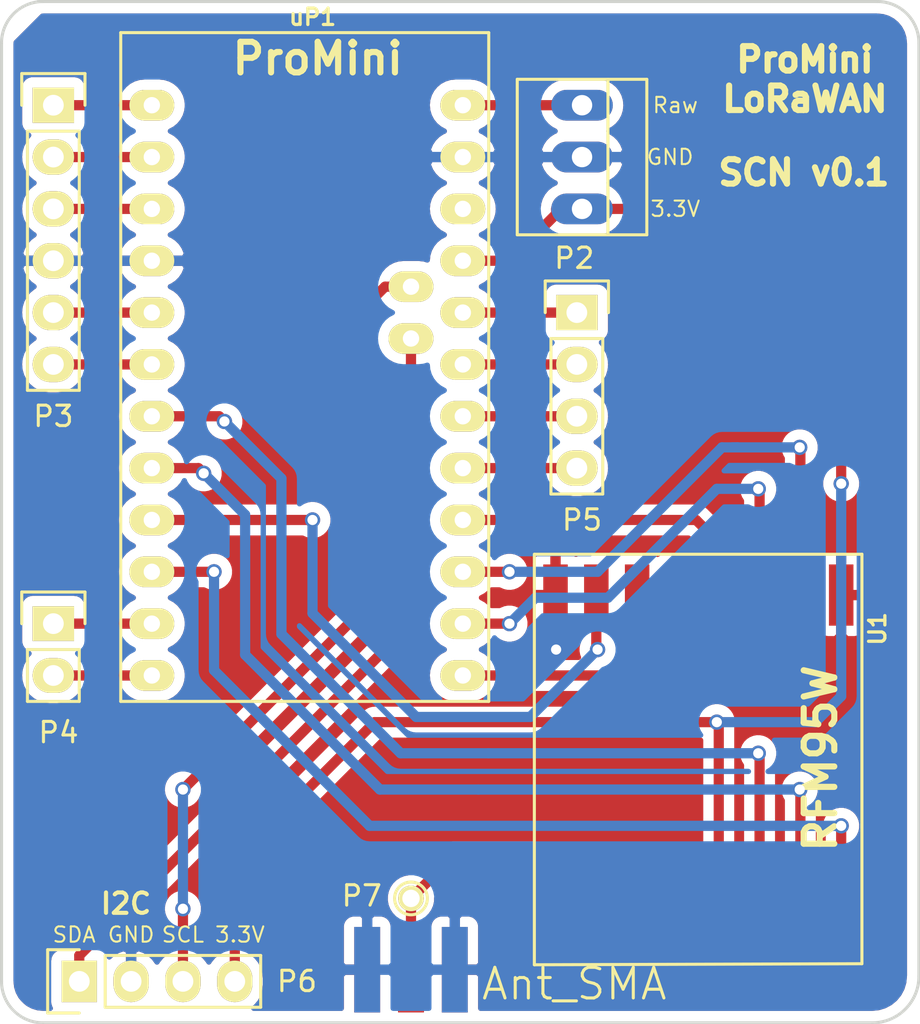
<source format=kicad_pcb>
(kicad_pcb (version 4) (host pcbnew 4.0.2+dfsg1-stable)

  (general
    (links 38)
    (no_connects 0)
    (area 0 0 0 0)
    (thickness 1.6)
    (drawings 20)
    (tracks 121)
    (zones 0)
    (modules 9)
    (nets 30)
  )

  (page A4)
  (layers
    (0 F.Cu signal)
    (31 B.Cu signal)
    (32 B.Adhes user)
    (33 F.Adhes user)
    (34 B.Paste user)
    (35 F.Paste user)
    (36 B.SilkS user)
    (37 F.SilkS user)
    (38 B.Mask user)
    (39 F.Mask user)
    (40 Dwgs.User user)
    (41 Cmts.User user)
    (42 Eco1.User user)
    (43 Eco2.User user)
    (44 Edge.Cuts user)
    (45 Margin user)
    (46 B.CrtYd user)
    (47 F.CrtYd user)
    (48 B.Fab user)
    (49 F.Fab user)
  )

  (setup
    (last_trace_width 0.5)
    (trace_clearance 0.5)
    (zone_clearance 0.508)
    (zone_45_only no)
    (trace_min 0.5)
    (segment_width 0.2)
    (edge_width 0.15)
    (via_size 0.75)
    (via_drill 0.5)
    (via_min_size 0.6)
    (via_min_drill 0.3)
    (uvia_size 0.3)
    (uvia_drill 0.1)
    (uvias_allowed no)
    (uvia_min_size 0.2)
    (uvia_min_drill 0.1)
    (pcb_text_width 0.3)
    (pcb_text_size 1.5 1.5)
    (mod_edge_width 0.15)
    (mod_text_size 1 1)
    (mod_text_width 0.15)
    (pad_size 1 1)
    (pad_drill 0.635)
    (pad_to_mask_clearance 0.2)
    (aux_axis_origin 0 0)
    (visible_elements FFFFFF7F)
    (pcbplotparams
      (layerselection 0x01520_80000001)
      (usegerberextensions false)
      (excludeedgelayer true)
      (linewidth 0.100000)
      (plotframeref false)
      (viasonmask false)
      (mode 1)
      (useauxorigin false)
      (hpglpennumber 1)
      (hpglpenspeed 20)
      (hpglpendiameter 15)
      (hpglpenoverlay 2)
      (psnegative false)
      (psa4output false)
      (plotreference false)
      (plotvalue false)
      (plotinvisibletext false)
      (padsonsilk false)
      (subtractmaskfromsilk false)
      (outputformat 1)
      (mirror false)
      (drillshape 0)
      (scaleselection 1)
      (outputdirectory ""))
  )

  (net 0 "")
  (net 1 GND)
  (net 2 MISO)
  (net 3 MOSI)
  (net 4 CLK)
  (net 5 D10)
  (net 6 "Net-(U1-Pad6)")
  (net 7 D6)
  (net 8 "Net-(U1-Pad11)")
  (net 9 "Net-(U1-Pad12)")
  (net 10 +3V3)
  (net 11 D4)
  (net 12 D5)
  (net 13 D7)
  (net 14 "Net-(uP1-Pad22)")
  (net 15 Ant)
  (net 16 TX0)
  (net 17 RX1)
  (net 18 RESET)
  (net 19 D2)
  (net 20 D3)
  (net 21 D8)
  (net 22 D9)
  (net 23 A0)
  (net 24 A1)
  (net 25 A2)
  (net 26 A3)
  (net 27 "Net-(P2-Pad1)")
  (net 28 SDA)
  (net 29 SCL)

  (net_class Default "This is the default net class."
    (clearance 0.5)
    (trace_width 0.5)
    (via_dia 0.75)
    (via_drill 0.5)
    (uvia_dia 0.3)
    (uvia_drill 0.1)
    (add_net +3V3)
    (add_net A0)
    (add_net A1)
    (add_net A2)
    (add_net A3)
    (add_net Ant)
    (add_net CLK)
    (add_net D10)
    (add_net D2)
    (add_net D3)
    (add_net D4)
    (add_net D5)
    (add_net D6)
    (add_net D7)
    (add_net D8)
    (add_net D9)
    (add_net GND)
    (add_net MISO)
    (add_net MOSI)
    (add_net "Net-(P2-Pad1)")
    (add_net "Net-(U1-Pad11)")
    (add_net "Net-(U1-Pad12)")
    (add_net "Net-(U1-Pad6)")
    (add_net "Net-(uP1-Pad22)")
    (add_net RESET)
    (add_net RX1)
    (add_net SCL)
    (add_net SDA)
    (add_net TX0)
  )

  (module Connect:PINTST (layer F.Cu) (tedit 581AD654) (tstamp 58157566)
    (at 161.036 143.764 90)
    (descr "module 1 pin (ou trou mecanique de percage)")
    (tags DEV)
    (path /58157517)
    (fp_text reference P7 (at 0.127 -2.413 180) (layer F.SilkS)
      (effects (font (size 1 1) (thickness 0.15)))
    )
    (fp_text value Ant (at 0.127 2.667 180) (layer F.Fab)
      (effects (font (size 1 1) (thickness 0.15)))
    )
    (fp_circle (center 0 0) (end -0.254 -0.762) (layer F.SilkS) (width 0.15))
    (pad 1 thru_hole circle (at 0 0 90) (size 1.253 1.253) (drill 0.85) (layers *.Cu *.Mask F.SilkS)
      (net 15 Ant))
    (model Connect.3dshapes/PINTST.wrl
      (at (xyz 0 0 0))
      (scale (xyz 1 1 1))
      (rotate (xyz 0 0 0))
    )
  )

  (module Pin_Headers:Pin_Header_Straight_1x02 (layer F.Cu) (tedit 5818D5E6) (tstamp 5810D56D)
    (at 143.51 130.302)
    (descr "Through hole pin header")
    (tags "pin header")
    (path /5810D788)
    (fp_text reference P4 (at 0.254 5.334) (layer F.SilkS)
      (effects (font (size 1 1) (thickness 0.15)))
    )
    (fp_text value CONN_2 (at -2.826 1.398 90) (layer F.Fab) hide
      (effects (font (size 1 1) (thickness 0.15)))
    )
    (fp_line (start 1.27 1.27) (end 1.27 3.81) (layer F.SilkS) (width 0.15))
    (fp_line (start 1.55 -1.55) (end 1.55 0) (layer F.SilkS) (width 0.15))
    (fp_line (start -1.75 -1.75) (end -1.75 4.3) (layer F.CrtYd) (width 0.05))
    (fp_line (start 1.75 -1.75) (end 1.75 4.3) (layer F.CrtYd) (width 0.05))
    (fp_line (start -1.75 -1.75) (end 1.75 -1.75) (layer F.CrtYd) (width 0.05))
    (fp_line (start -1.75 4.3) (end 1.75 4.3) (layer F.CrtYd) (width 0.05))
    (fp_line (start 1.27 1.27) (end -1.27 1.27) (layer F.SilkS) (width 0.15))
    (fp_line (start -1.55 0) (end -1.55 -1.55) (layer F.SilkS) (width 0.15))
    (fp_line (start -1.55 -1.55) (end 1.55 -1.55) (layer F.SilkS) (width 0.15))
    (fp_line (start -1.27 1.27) (end -1.27 3.81) (layer F.SilkS) (width 0.15))
    (fp_line (start -1.27 3.81) (end 1.27 3.81) (layer F.SilkS) (width 0.15))
    (pad 1 thru_hole rect (at 0 0) (size 2.032 1.7) (drill 1.016) (layers *.Cu *.Mask F.SilkS)
      (net 21 D8))
    (pad 2 thru_hole oval (at 0 2.54) (size 2.032 1.7) (drill 1.016) (layers *.Cu *.Mask F.SilkS)
      (net 22 D9))
    (model Pin_Headers.3dshapes/Pin_Header_Straight_1x02.wrl
      (at (xyz 0 -0.05 0))
      (scale (xyz 1 1 1))
      (rotate (xyz 0 0 90))
    )
  )

  (module mysensors_connectors:SMA_EDGE (layer F.Cu) (tedit 581AD65D) (tstamp 580FE37D)
    (at 161.036 149.352)
    (path /580FD555)
    (fp_text reference P1 (at 0 -6.35) (layer F.SilkS) hide
      (effects (font (size 1.5 1.5) (thickness 0.15)))
    )
    (fp_text value Ant_SMA (at 8.001 -1.397 180) (layer F.SilkS)
      (effects (font (size 1.5 1.5) (thickness 0.15)))
    )
    (pad 2 smd rect (at -2.1463 -2.0955) (size 1.27 4.191) (layers F.Cu F.Paste F.Mask)
      (net 1 GND))
    (pad 2 smd rect (at 2.1463 -2.0955) (size 1.27 4.191) (layers F.Cu F.Paste F.Mask)
      (net 1 GND))
    (pad 1 smd rect (at 0 -1.8415) (size 1.27 3.683) (layers F.Cu F.Paste F.Mask)
      (net 15 Ant))
    (pad 2 smd rect (at -2.1463 -2.0955) (size 1.27 4.191) (layers B.Cu F.Paste F.Mask)
      (net 1 GND))
    (pad 2 smd rect (at 2.1463 -2.0955) (size 1.27 4.191) (layers B.Cu F.Paste F.Mask)
      (net 1 GND))
  )

  (module Connect:PINHEAD1-3 (layer F.Cu) (tedit 5818D5CC) (tstamp 5810D55D)
    (at 169.418 107.442 270)
    (path /5810D139)
    (attr virtual)
    (fp_text reference P2 (at 4.953 0.381 360) (layer F.SilkS)
      (effects (font (size 1 1) (thickness 0.15)))
    )
    (fp_text value "Power Input" (at 0 -2.794 270) (layer F.Fab)
      (effects (font (size 0.75 0.75) (thickness 0.15)))
    )
    (fp_line (start -3.81 -3.175) (end -3.81 3.175) (layer F.SilkS) (width 0.15))
    (fp_line (start 3.81 -3.175) (end 3.81 3.175) (layer F.SilkS) (width 0.15))
    (fp_line (start 3.81 -1.27) (end -3.81 -1.27) (layer F.SilkS) (width 0.15))
    (fp_line (start -3.81 -3.175) (end 3.81 -3.175) (layer F.SilkS) (width 0.15))
    (fp_line (start 3.81 3.175) (end -3.81 3.175) (layer F.SilkS) (width 0.15))
    (pad 1 thru_hole oval (at -2.54 0 270) (size 1.50622 3.01498) (drill 0.99822) (layers *.Cu *.Mask)
      (net 27 "Net-(P2-Pad1)"))
    (pad 2 thru_hole oval (at 0 0 270) (size 1.50622 3.01498) (drill 0.99822) (layers *.Cu *.Mask)
      (net 1 GND))
    (pad 3 thru_hole oval (at 2.54 0 270) (size 1.50622 3.01498) (drill 0.99822) (layers *.Cu *.Mask)
      (net 10 +3V3))
  )

  (module Pin_Headers:Pin_Header_Straight_1x06 (layer F.Cu) (tedit 5818D24D) (tstamp 5810D567)
    (at 143.51 104.902)
    (descr "Through hole pin header")
    (tags "pin header")
    (path /5810D4F6)
    (fp_text reference P3 (at 0 15.24) (layer F.SilkS)
      (effects (font (size 1 1) (thickness 0.15)))
    )
    (fp_text value CONN_1 (at -3.048 5.842 90) (layer F.Fab) hide
      (effects (font (size 1 1) (thickness 0.15)))
    )
    (fp_line (start -1.75 -1.75) (end -1.75 14.45) (layer F.CrtYd) (width 0.05))
    (fp_line (start 1.75 -1.75) (end 1.75 14.45) (layer F.CrtYd) (width 0.05))
    (fp_line (start -1.75 -1.75) (end 1.75 -1.75) (layer F.CrtYd) (width 0.05))
    (fp_line (start -1.75 14.45) (end 1.75 14.45) (layer F.CrtYd) (width 0.05))
    (fp_line (start 1.27 1.27) (end 1.27 13.97) (layer F.SilkS) (width 0.15))
    (fp_line (start 1.27 13.97) (end -1.27 13.97) (layer F.SilkS) (width 0.15))
    (fp_line (start -1.27 13.97) (end -1.27 1.27) (layer F.SilkS) (width 0.15))
    (fp_line (start 1.55 -1.55) (end 1.55 0) (layer F.SilkS) (width 0.15))
    (fp_line (start 1.27 1.27) (end -1.27 1.27) (layer F.SilkS) (width 0.15))
    (fp_line (start -1.55 0) (end -1.55 -1.55) (layer F.SilkS) (width 0.15))
    (fp_line (start -1.55 -1.55) (end 1.55 -1.55) (layer F.SilkS) (width 0.15))
    (pad 1 thru_hole rect (at 0 0) (size 2.032 1.7272) (drill 1.016) (layers *.Cu *.Mask F.SilkS)
      (net 16 TX0))
    (pad 2 thru_hole oval (at 0 2.54) (size 2.032 1.7272) (drill 1.016) (layers *.Cu *.Mask F.SilkS)
      (net 17 RX1))
    (pad 3 thru_hole oval (at 0 5.08) (size 2.032 1.7272) (drill 1.016) (layers *.Cu *.Mask F.SilkS)
      (net 18 RESET))
    (pad 4 thru_hole oval (at 0 7.62) (size 2.032 1.7272) (drill 1.016) (layers *.Cu *.Mask F.SilkS)
      (net 1 GND))
    (pad 5 thru_hole oval (at 0 10.16) (size 2.032 1.7272) (drill 1.016) (layers *.Cu *.Mask F.SilkS)
      (net 19 D2))
    (pad 6 thru_hole oval (at 0 12.7) (size 2.032 1.7272) (drill 1.016) (layers *.Cu *.Mask F.SilkS)
      (net 20 D3))
    (model Pin_Headers.3dshapes/Pin_Header_Straight_1x06.wrl
      (at (xyz 0 -0.25 0))
      (scale (xyz 1 1 1))
      (rotate (xyz 0 0 90))
    )
  )

  (module Pin_Headers:Pin_Header_Straight_1x04 (layer F.Cu) (tedit 5818D25E) (tstamp 5810D575)
    (at 169.164 115.062)
    (descr "Through hole pin header")
    (tags "pin header")
    (path /5810D3C5)
    (fp_text reference P5 (at 0.254 10.16) (layer F.SilkS)
      (effects (font (size 1 1) (thickness 0.15)))
    )
    (fp_text value CONN_3 (at 2.794 4.064 90) (layer F.Fab) hide
      (effects (font (size 1 1) (thickness 0.15)))
    )
    (fp_line (start -1.75 -1.75) (end -1.75 9.4) (layer F.CrtYd) (width 0.05))
    (fp_line (start 1.75 -1.75) (end 1.75 9.4) (layer F.CrtYd) (width 0.05))
    (fp_line (start -1.75 -1.75) (end 1.75 -1.75) (layer F.CrtYd) (width 0.05))
    (fp_line (start -1.75 9.4) (end 1.75 9.4) (layer F.CrtYd) (width 0.05))
    (fp_line (start -1.27 1.27) (end -1.27 8.89) (layer F.SilkS) (width 0.15))
    (fp_line (start 1.27 1.27) (end 1.27 8.89) (layer F.SilkS) (width 0.15))
    (fp_line (start 1.55 -1.55) (end 1.55 0) (layer F.SilkS) (width 0.15))
    (fp_line (start -1.27 8.89) (end 1.27 8.89) (layer F.SilkS) (width 0.15))
    (fp_line (start 1.27 1.27) (end -1.27 1.27) (layer F.SilkS) (width 0.15))
    (fp_line (start -1.55 0) (end -1.55 -1.55) (layer F.SilkS) (width 0.15))
    (fp_line (start -1.55 -1.55) (end 1.55 -1.55) (layer F.SilkS) (width 0.15))
    (pad 1 thru_hole rect (at 0 0) (size 2.032 1.7272) (drill 1.016) (layers *.Cu *.Mask F.SilkS)
      (net 26 A3))
    (pad 2 thru_hole oval (at 0 2.54) (size 2.032 1.7272) (drill 1.016) (layers *.Cu *.Mask F.SilkS)
      (net 25 A2))
    (pad 3 thru_hole oval (at 0 5.08) (size 2.032 1.7272) (drill 1.016) (layers *.Cu *.Mask F.SilkS)
      (net 24 A1))
    (pad 4 thru_hole oval (at 0 7.62) (size 2.032 1.7272) (drill 1.016) (layers *.Cu *.Mask F.SilkS)
      (net 23 A0))
    (model Pin_Headers.3dshapes/Pin_Header_Straight_1x04.wrl
      (at (xyz 0 -0.15 0))
      (scale (xyz 1 1 1))
      (rotate (xyz 0 0 90))
    )
  )

  (module mysensors_radios:RFM69HW_SMD_Handsoldering-Narrow (layer F.Cu) (tedit 58142CD3) (tstamp 580FC6CB)
    (at 182.118 130.302 270)
    (descr RFM69HW)
    (tags "RFM69HW, RF69")
    (path /580F94AC)
    (fp_text reference U1 (at 0.254 -1.778 270) (layer F.SilkS)
      (effects (font (size 0.8 0.8) (thickness 0.16)))
    )
    (fp_text value RFM95HW (at 7.1628 6.8072 270) (layer F.Fab) hide
      (effects (font (size 0.8 0.8) (thickness 0.16)))
    )
    (fp_line (start -3.4036 15.0368) (end 16.7132 15.0368) (layer B.CrtYd) (width 0.15))
    (fp_line (start 16.7132 15.0368) (end 16.7132 -1.016) (layer B.CrtYd) (width 0.15))
    (fp_line (start 16.7132 -1.016) (end -3.4036 -1.016) (layer B.CrtYd) (width 0.15))
    (fp_line (start 16.7132 15.0368) (end 16.7132 -1.016) (layer F.CrtYd) (width 0.15))
    (fp_line (start 16.7132 -1.016) (end -3.4036 -1.016) (layer F.CrtYd) (width 0.15))
    (fp_line (start -3.3528 15.0368) (end 16.764 15.0368) (layer F.CrtYd) (width 0.15))
    (fp_line (start -3.4036 15.0368) (end 16.7132 15.0368) (layer F.SilkS) (width 0.15))
    (fp_line (start 16.7132 15.0368) (end 16.6624 -1.016) (layer F.SilkS) (width 0.15))
    (fp_line (start 16.6624 -1.016) (end -3.4036 -1.016) (layer F.SilkS) (width 0.15))
    (fp_line (start -3.4036 -1.016) (end -3.3528 -1.016) (layer F.SilkS) (width 0.15))
    (fp_line (start -3.4 15) (end -3.4 -1) (layer F.SilkS) (width 0.15))
    (fp_line (start -3.4 -1) (end -3.4 15) (layer F.CrtYd) (width 0.15))
    (fp_line (start -3.4 -1) (end -3.4 15) (layer B.CrtYd) (width 0.15))
    (pad 1 smd rect (at -1.4 0 270) (size 3 1.2) (layers F.Cu F.Paste F.Mask)
      (net 1 GND))
    (pad 2 smd rect (at -1.4 2 270) (size 3 1.2) (layers F.Cu F.Paste F.Mask)
      (net 2 MISO))
    (pad 3 smd rect (at -1.4 4 270) (size 3 1.2) (layers F.Cu F.Paste F.Mask)
      (net 3 MOSI))
    (pad 4 smd rect (at -1.4 6 270) (size 3 1.2) (layers F.Cu F.Paste F.Mask)
      (net 4 CLK))
    (pad 5 smd rect (at -1.4 8 270) (size 3 1.2) (layers F.Cu F.Paste F.Mask)
      (net 5 D10))
    (pad 6 smd rect (at -1.4 10 270) (size 3 1.2) (layers F.Cu F.Paste F.Mask)
      (net 6 "Net-(U1-Pad6)"))
    (pad 7 smd rect (at -1.4 12 270) (size 3 1.2) (layers F.Cu F.Paste F.Mask)
      (net 7 D6))
    (pad 8 smd rect (at -1.4 14 270) (size 3 1.2) (layers F.Cu F.Paste F.Mask)
      (net 1 GND))
    (pad 9 smd rect (at 14.6932 14 270) (size 3 1.2) (layers F.Cu F.Paste F.Mask)
      (net 15 Ant))
    (pad 10 smd rect (at 14.6932 12 270) (size 3 1.2) (layers F.Cu F.Paste F.Mask)
      (net 1 GND))
    (pad 11 smd rect (at 14.6932 10 270) (size 3 1.2) (layers F.Cu F.Paste F.Mask)
      (net 8 "Net-(U1-Pad11)"))
    (pad 12 smd rect (at 14.6932 8 270) (size 3 1.2) (layers F.Cu F.Paste F.Mask)
      (net 9 "Net-(U1-Pad12)"))
    (pad 13 smd rect (at 14.6932 6 270) (size 3 1.2) (layers F.Cu F.Paste F.Mask)
      (net 10 +3V3))
    (pad 14 smd rect (at 14.6932 4 270) (size 3 1.2) (layers F.Cu F.Paste F.Mask)
      (net 11 D4))
    (pad 15 smd rect (at 14.6932 2 270) (size 3 1.2) (layers F.Cu F.Paste F.Mask)
      (net 12 D5))
    (pad 16 smd rect (at 14.6932 0 270) (size 3 1.2) (layers F.Cu F.Paste F.Mask)
      (net 13 D7))
    (model ${MYSLOCAL}/mysensors.3dshapes/mysensors_radios.3dshapes/rfm69hw.wrl
      (at (xyz 0.332 -0.275 0.03))
      (scale (xyz 0.395 0.395 0.395))
      (rotate (xyz 0 0 180))
    )
    (model Crystals.3dshapes/crystal_FA238-TSX3225.wrl
      (at (xyz 0.332 -0.08 0.06))
      (scale (xyz 0.24 0.24 0.24))
      (rotate (xyz 0 0 90))
    )
    (model Housings_DFN_QFN.3dshapes/QFN-28-1EP_5x5mm_Pitch0.5mm.wrl
      (at (xyz 0.204 -0.445 0.06))
      (scale (xyz 1 1 1))
      (rotate (xyz 0 0 0))
    )
  )

  (module Pin_Headers:Pin_Header_Straight_1x04 (layer F.Cu) (tedit 581ADEC5) (tstamp 581519DD)
    (at 144.78 147.828 90)
    (descr "Through hole pin header")
    (tags "pin header")
    (path /58151EAD)
    (fp_text reference P6 (at 0 10.668 180) (layer F.SilkS)
      (effects (font (size 1 1) (thickness 0.15)))
    )
    (fp_text value CONN_4 (at 0.254 -4.572 180) (layer F.Fab) hide
      (effects (font (size 1 1) (thickness 0.15)))
    )
    (fp_line (start -1.75 -1.75) (end -1.75 9.4) (layer F.CrtYd) (width 0.05))
    (fp_line (start 1.75 -1.75) (end 1.75 9.4) (layer F.CrtYd) (width 0.05))
    (fp_line (start -1.75 -1.75) (end 1.75 -1.75) (layer F.CrtYd) (width 0.05))
    (fp_line (start -1.75 9.4) (end 1.75 9.4) (layer F.CrtYd) (width 0.05))
    (fp_line (start -1.27 1.27) (end -1.27 8.89) (layer F.SilkS) (width 0.15))
    (fp_line (start 1.27 1.27) (end 1.27 8.89) (layer F.SilkS) (width 0.15))
    (fp_line (start 1.55 -1.55) (end 1.55 0) (layer F.SilkS) (width 0.15))
    (fp_line (start -1.27 8.89) (end 1.27 8.89) (layer F.SilkS) (width 0.15))
    (fp_line (start 1.27 1.27) (end -1.27 1.27) (layer F.SilkS) (width 0.15))
    (fp_line (start -1.55 0) (end -1.55 -1.55) (layer F.SilkS) (width 0.15))
    (fp_line (start -1.55 -1.55) (end 1.55 -1.55) (layer F.SilkS) (width 0.15))
    (pad 1 thru_hole rect (at 0 0 90) (size 2.032 1.7272) (drill 1.016) (layers *.Cu *.Mask F.SilkS)
      (net 28 SDA))
    (pad 2 thru_hole oval (at 0 2.54 90) (size 2.032 1.7272) (drill 1.016) (layers *.Cu *.Mask F.SilkS)
      (net 1 GND))
    (pad 3 thru_hole oval (at 0 5.08 90) (size 2.032 1.7272) (drill 1.016) (layers *.Cu *.Mask F.SilkS)
      (net 29 SCL))
    (pad 4 thru_hole oval (at 0 7.62 90) (size 2.032 1.7272) (drill 1.016) (layers *.Cu *.Mask F.SilkS)
      (net 10 +3V3))
    (model Pin_Headers.3dshapes/Pin_Header_Straight_1x04.wrl
      (at (xyz 0 -0.15 0))
      (scale (xyz 1 1 1))
      (rotate (xyz 0 0 90))
    )
  )

  (module mysensors_arduino:pro_mini-26 (layer F.Cu) (tedit 58152BFB) (tstamp 58152BB7)
    (at 155.956 118.872 270)
    (descr "IC, ARDUINO_PRO_MINI x 0,6\"")
    (tags "DIL ARDUINO PRO MINI")
    (path /580F9317)
    (fp_text reference uP1 (at -18.288 -0.254 360) (layer F.SilkS)
      (effects (font (size 0.8 0.8) (thickness 0.16)))
    )
    (fp_text value ARDUPROMINI-6-2 (at 0 0 270) (layer F.Fab) hide
      (effects (font (size 0.8 0.8) (thickness 0.16)))
    )
    (fp_line (start 15.24 9.144) (end 15.24 -8.89) (layer F.SilkS) (width 0.15))
    (fp_line (start -17.526 -8.89) (end -17.526 9.144) (layer F.SilkS) (width 0.15))
    (fp_line (start 15.24 9.144) (end -17.526 9.144) (layer F.SilkS) (width 0.15))
    (fp_line (start -17.526 -8.89) (end 15.24 -8.89) (layer F.SilkS) (width 0.15))
    (pad 1 thru_hole oval (at -13.97 7.62 270) (size 1.50114 2.19964) (drill 0.8001) (layers *.Cu *.Mask F.SilkS)
      (net 16 TX0))
    (pad 2 thru_hole oval (at -11.43 7.62 270) (size 1.50114 2.19964) (drill 0.8001) (layers *.Cu *.Mask F.SilkS)
      (net 17 RX1))
    (pad 3 thru_hole oval (at -8.89 7.62 270) (size 1.50114 2.19964) (drill 0.8001) (layers *.Cu *.Mask F.SilkS)
      (net 18 RESET))
    (pad 4 thru_hole oval (at -6.35 7.62 270) (size 1.50114 2.19964) (drill 0.8001) (layers *.Cu *.Mask F.SilkS)
      (net 1 GND))
    (pad 5 thru_hole oval (at -3.81 7.62 270) (size 1.50114 2.19964) (drill 0.8001) (layers *.Cu *.Mask F.SilkS)
      (net 19 D2))
    (pad 6 thru_hole oval (at -1.27 7.62 270) (size 1.50114 2.19964) (drill 0.8001) (layers *.Cu *.Mask F.SilkS)
      (net 20 D3))
    (pad 7 thru_hole oval (at 1.27 7.62 270) (size 1.50114 2.19964) (drill 0.8001) (layers *.Cu *.Mask F.SilkS)
      (net 11 D4))
    (pad 8 thru_hole oval (at 3.81 7.62 270) (size 1.50114 2.19964) (drill 0.8001) (layers *.Cu *.Mask F.SilkS)
      (net 12 D5))
    (pad 9 thru_hole oval (at 6.35 7.62 270) (size 1.50114 2.19964) (drill 0.8001) (layers *.Cu *.Mask F.SilkS)
      (net 7 D6))
    (pad 10 thru_hole oval (at 8.89 7.62 270) (size 1.50114 2.19964) (drill 0.8001) (layers *.Cu *.Mask F.SilkS)
      (net 13 D7))
    (pad 11 thru_hole oval (at 11.43 7.62 270) (size 1.50114 2.19964) (drill 0.8001) (layers *.Cu *.Mask F.SilkS)
      (net 21 D8))
    (pad 12 thru_hole oval (at 13.97 7.62 270) (size 1.50114 2.19964) (drill 0.8001) (layers *.Cu *.Mask F.SilkS)
      (net 22 D9))
    (pad 13 thru_hole oval (at 13.97 -7.62 270) (size 1.50114 2.19964) (drill 0.8001) (layers *.Cu *.Mask F.SilkS)
      (net 5 D10))
    (pad 14 thru_hole oval (at 11.43 -7.62 270) (size 1.50114 2.19964) (drill 0.8001) (layers *.Cu *.Mask F.SilkS)
      (net 3 MOSI))
    (pad 15 thru_hole oval (at 8.89 -7.62 270) (size 1.50114 2.19964) (drill 0.8001) (layers *.Cu *.Mask F.SilkS)
      (net 2 MISO))
    (pad 16 thru_hole oval (at 6.35 -7.62 270) (size 1.50114 2.19964) (drill 0.8001) (layers *.Cu *.Mask F.SilkS)
      (net 4 CLK))
    (pad 17 thru_hole oval (at 3.81 -7.62 270) (size 1.50114 2.19964) (drill 0.8001) (layers *.Cu *.Mask F.SilkS)
      (net 23 A0))
    (pad 18 thru_hole oval (at 1.27 -7.62 270) (size 1.50114 2.19964) (drill 0.8001) (layers *.Cu *.Mask F.SilkS)
      (net 24 A1))
    (pad 19 thru_hole oval (at -1.27 -7.62 270) (size 1.50114 2.19964) (drill 0.8001) (layers *.Cu *.Mask F.SilkS)
      (net 25 A2))
    (pad 20 thru_hole oval (at -3.81 -7.62 270) (size 1.50114 2.19964) (drill 0.8001) (layers *.Cu *.Mask F.SilkS)
      (net 26 A3))
    (pad 21 thru_hole oval (at -6.35 -7.62 270) (size 1.50114 2.19964) (drill 0.8001) (layers *.Cu *.Mask F.SilkS)
      (net 10 +3V3))
    (pad 22 thru_hole oval (at -8.89 -7.62 270) (size 1.50114 2.19964) (drill 0.8001) (layers *.Cu *.Mask F.SilkS)
      (net 14 "Net-(uP1-Pad22)"))
    (pad 23 thru_hole oval (at -11.43 -7.62 270) (size 1.50114 2.19964) (drill 0.8001) (layers *.Cu *.Mask F.SilkS)
      (net 1 GND))
    (pad 24 thru_hole oval (at -13.97 -7.62 270) (size 1.50114 2.19964) (drill 0.8001) (layers *.Cu *.Mask F.SilkS)
      (net 27 "Net-(P2-Pad1)"))
    (pad 25 thru_hole oval (at -2.54 -5.08 270) (size 1.50114 2.19964) (drill 0.8001) (layers *.Cu *.Mask F.SilkS)
      (net 28 SDA))
    (pad 26 thru_hole oval (at -5.08 -5.08 270) (size 1.50114 2.19964) (drill 0.8001) (layers *.Cu *.Mask F.SilkS)
      (net 29 SCL))
    (model Socket_Strips.3dshapes/Socket_Strip_Straight_1x02.wrl
      (at (xyz -0.15 0.2 0))
      (scale (xyz 1 1 1))
      (rotate (xyz 0 0 0))
    )
    (model Socket_Strips.3dshapes/Socket_Strip_Straight_1x03.wrl
      (at (xyz 0.55 0.1 0))
      (scale (xyz 1 1 1))
      (rotate (xyz 0 0 90))
    )
    (model Socket_Strips.3dshapes/Socket_Strip_Straight_1x12.wrl
      (at (xyz 0 0.3 0))
      (scale (xyz 1 1 1))
      (rotate (xyz 0 0 0))
    )
    (model Socket_Strips.3dshapes/Socket_Strip_Straight_1x12.wrl
      (at (xyz 0 -0.3 0))
      (scale (xyz 1 1 1))
      (rotate (xyz 0 0 0))
    )
    (model Socket_Strips.3dshapes/Socket_Strip_Straight_1x02.wrl
      (at (xyz 0.25 0.2 0))
      (scale (xyz 1 1 1))
      (rotate (xyz 0 0 0))
    )
    (model ${MYSLOCAL}/mysensors.3dshapes/mysensors_arduino.3dshapes/arduino_pro_mini.wrl
      (at (xyz -0.05 0 0.48))
      (scale (xyz 0.395 0.395 0.395))
      (rotate (xyz 0 0 180))
    )
    (model SMD_Packages.3dshapes/TQFP-32.wrl
      (at (xyz 0.05 0 0.5125))
      (scale (xyz 1 1 1))
      (rotate (xyz 0 0 315))
    )
    (model Pin_Headers.3dshapes/Pin_Header_Straight_1x12.wrl
      (at (xyz 0 -0.3 0.445))
      (scale (xyz 1 1 1))
      (rotate (xyz 0 180 0))
    )
    (model Pin_Headers.3dshapes/Pin_Header_Straight_1x12.wrl
      (at (xyz 0 0.3 0.445))
      (scale (xyz 1 1 1))
      (rotate (xyz 0 180 0))
    )
    (model Pin_Headers.3dshapes/Pin_Header_Straight_1x03.wrl
      (at (xyz 0.55 0.1 0.445))
      (scale (xyz 1 1 1))
      (rotate (xyz 0 180 90))
    )
    (model Pin_Headers.3dshapes/Pin_Header_Straight_1x02.wrl
      (at (xyz 0.25 0.2 0.445))
      (scale (xyz 1 1 1))
      (rotate (xyz 0 180 0))
    )
    (model Pin_Headers.3dshapes/Pin_Header_Straight_1x02.wrl
      (at (xyz -0.15 0.2 0.445))
      (scale (xyz 1 1 1))
      (rotate (xyz 0 180 0))
    )
    (model ${MYSLOCAL}/mysensors.3dshapes/w.lain.3dshapes/smd_leds/led_0603.wrl
      (at (xyz -0.3 0 0.5125))
      (scale (xyz 1 1 1))
      (rotate (xyz 0 0 0))
    )
    (model ${MYSLOCAL}/mysensors.3dshapes/w.lain.3dshapes/smd_leds/led_0603.wrl
      (at (xyz 0.55 -0.175 0.5125))
      (scale (xyz 1 1 1))
      (rotate (xyz 0 0 0))
    )
    (model Pin_Headers.3dshapes/Pin_Header_Angled_1x06.wrl
      (at (xyz -0.65 0 0.5125))
      (scale (xyz 1 1 1))
      (rotate (xyz 0 0 270))
    )
    (model Resistors_SMD.3dshapes/R_0603.wrl
      (at (xyz -0.3 -0.05 0.5125))
      (scale (xyz 1 1 1))
      (rotate (xyz 0 0 0))
    )
    (model Resistors_SMD.3dshapes/R_0603.wrl
      (at (xyz 0.55 -0.125 0.5125))
      (scale (xyz 1 1 1))
      (rotate (xyz 0 0 0))
    )
    (model Capacitors_SMD.3dshapes/C_0603.wrl
      (at (xyz -0.3 0.05 0.5125))
      (scale (xyz 1 1 1))
      (rotate (xyz 0 0 0))
    )
    (model Capacitors_Tantalum_SMD.3dshapes/TantalC_SizeS_EIA-3216.wrl
      (at (xyz -0.35 0.15 0.5125))
      (scale (xyz 1 1 1))
      (rotate (xyz 0 0 0))
    )
    (model Capacitors_Tantalum_SMD.3dshapes/TantalC_SizeS_EIA-3216.wrl
      (at (xyz -0.35 -0.15 0.5125))
      (scale (xyz 1 1 1))
      (rotate (xyz 0 0 0))
    )
    (model TO_SOT_Packages_SMD.3dshapes/SOT-23-5.wrl
      (at (xyz -0.4 0 0.5125))
      (scale (xyz 1 1 1))
      (rotate (xyz 0 0 90))
    )
    (model Capacitors_SMD.3dshapes/C_1210.wrl
      (at (xyz -0.5 0 0.5125))
      (scale (xyz 1 1 1))
      (rotate (xyz 0 0 90))
    )
  )

  (gr_line (start 142.748 99.822) (end 183.896 99.822) (angle 90) (layer Edge.Cuts) (width 0.15))
  (gr_line (start 143.002 149.86) (end 183.642 149.86) (angle 90) (layer Edge.Cuts) (width 0.15))
  (gr_arc (start 183.896 101.854) (end 183.896 99.822) (angle 90) (layer Edge.Cuts) (width 0.15))
  (gr_arc (start 143.002 101.854) (end 140.97 101.854) (angle 90) (layer Edge.Cuts) (width 0.15))
  (gr_arc (start 143.002 147.828) (end 143.002 149.86) (angle 90) (layer Edge.Cuts) (width 0.15))
  (gr_arc (start 183.642 147.574) (end 185.928 147.574) (angle 90) (layer Edge.Cuts) (width 0.15))
  (gr_line (start 185.928 101.854) (end 185.928 147.574) (angle 90) (layer Edge.Cuts) (width 0.15))
  (gr_line (start 140.97 147.828) (end 140.97 101.854) (angle 90) (layer Edge.Cuts) (width 0.15))
  (gr_text " SCN v0.1" (at 179.832 108.204) (layer F.SilkS)
    (effects (font (size 1.2 1.2) (thickness 0.3)))
  )
  (gr_text I2C (at 147.066 144.018) (layer F.SilkS)
    (effects (font (size 1 1) (thickness 0.2)))
  )
  (gr_text ProMini (at 156.464 102.616) (layer F.SilkS)
    (effects (font (size 1.5 1.5) (thickness 0.3)))
  )
  (gr_text SCL (at 149.86 145.542) (layer F.SilkS)
    (effects (font (size 0.75 0.75) (thickness 0.1)))
  )
  (gr_text SDA (at 144.526 145.542) (layer F.SilkS)
    (effects (font (size 0.75 0.75) (thickness 0.1)))
  )
  (gr_text Raw (at 173.99 104.902) (layer F.SilkS)
    (effects (font (size 0.75 0.75) (thickness 0.1)))
  )
  (gr_text GND (at 147.32 145.542) (layer F.SilkS)
    (effects (font (size 0.75 0.75) (thickness 0.1)))
  )
  (gr_text GND (at 173.736 107.442) (layer F.SilkS)
    (effects (font (size 0.75 0.75) (thickness 0.1)))
  )
  (gr_text 3.3V (at 152.654 145.542) (layer F.SilkS)
    (effects (font (size 0.75 0.75) (thickness 0.1)))
  )
  (gr_text 3.3V (at 173.99 109.982) (layer F.SilkS)
    (effects (font (size 0.75 0.75) (thickness 0.1)))
  )
  (gr_text "ProMini\nLoRaWAN" (at 180.34 103.632) (layer F.SilkS)
    (effects (font (size 1.2 1.2) (thickness 0.3)))
  )
  (gr_text RFM95W (at 181.102 136.906 90) (layer F.SilkS)
    (effects (font (size 1.5 1.5) (thickness 0.3)))
  )

  (segment (start 168.118 128.902) (end 168.118 131.542) (width 0.5) (layer F.Cu) (net 1))
  (via (at 168.148 131.572) (size 0.75) (drill 0.5) (layers F.Cu B.Cu) (net 1))
  (segment (start 168.118 131.542) (end 168.148 131.572) (width 0.5) (layer F.Cu) (net 1) (tstamp 581AD9F7))
  (segment (start 165.862 127.762) (end 170.18 127.762) (width 0.5) (layer B.Cu) (net 2))
  (segment (start 163.576 127.762) (end 165.862 127.762) (width 0.5) (layer F.Cu) (net 2))
  (via (at 165.862 127.762) (size 0.75) (drill 0.5) (layers F.Cu B.Cu) (net 2))
  (segment (start 176.276 121.666) (end 177.038 121.666) (width 0.5) (layer B.Cu) (net 2) (tstamp 581ADCDE))
  (segment (start 170.18 127.762) (end 176.276 121.666) (width 0.5) (layer B.Cu) (net 2) (tstamp 581ADCD7))
  (segment (start 176.784 121.666) (end 177.038 121.666) (width 0.5) (layer B.Cu) (net 2))
  (segment (start 177.038 121.666) (end 180.086 121.666) (width 0.5) (layer B.Cu) (net 2) (tstamp 581ADCE3))
  (segment (start 180.118 121.698) (end 180.118 128.902) (width 0.5) (layer F.Cu) (net 2) (tstamp 581AD1A8))
  (segment (start 180.086 121.666) (end 180.118 121.698) (width 0.5) (layer F.Cu) (net 2) (tstamp 581AD1A7))
  (via (at 180.086 121.666) (size 0.75) (drill 0.5) (layers F.Cu B.Cu) (net 2))
  (segment (start 165.862 130.302) (end 167.132 129.032) (width 0.5) (layer B.Cu) (net 3))
  (segment (start 176.022 123.698) (end 178.054 123.698) (width 0.5) (layer B.Cu) (net 3) (tstamp 581ADCD2))
  (segment (start 163.576 130.302) (end 165.862 130.302) (width 0.5) (layer F.Cu) (net 3))
  (segment (start 178.118 123.762) (end 178.118 128.902) (width 0.5) (layer F.Cu) (net 3) (tstamp 581AD1F2))
  (segment (start 178.054 123.698) (end 178.118 123.762) (width 0.5) (layer F.Cu) (net 3) (tstamp 581AD1F1))
  (via (at 178.054 123.698) (size 0.75) (drill 0.5) (layers F.Cu B.Cu) (net 3))
  (via (at 165.862 130.302) (size 0.75) (drill 0.5) (layers F.Cu B.Cu) (net 3))
  (segment (start 170.688 129.032) (end 176.022 123.698) (width 0.5) (layer B.Cu) (net 3) (tstamp 581ADD7D))
  (segment (start 167.132 129.032) (end 170.688 129.032) (width 0.5) (layer B.Cu) (net 3) (tstamp 581ADD77))
  (segment (start 163.576 125.222) (end 175.006 125.222) (width 0.5) (layer F.Cu) (net 4))
  (segment (start 176.118 126.334) (end 176.118 128.902) (width 0.5) (layer F.Cu) (net 4) (tstamp 581AD131))
  (segment (start 175.006 125.222) (end 176.118 126.334) (width 0.5) (layer F.Cu) (net 4) (tstamp 581AD129))
  (segment (start 163.576 132.842) (end 172.466 132.842) (width 0.5) (layer F.Cu) (net 5))
  (segment (start 173.99 131.318) (end 173.99 129.03) (width 0.5) (layer F.Cu) (net 5) (tstamp 581AD1D1))
  (segment (start 172.466 132.842) (end 173.99 131.318) (width 0.5) (layer F.Cu) (net 5) (tstamp 581AD1CB))
  (segment (start 173.99 129.03) (end 174.118 128.902) (width 0.5) (layer F.Cu) (net 5) (tstamp 581AD1D5))
  (segment (start 156.972 130.556) (end 156.21 129.794) (width 0.5) (layer B.Cu) (net 7))
  (segment (start 156.972 130.556) (end 157.734 131.318) (width 0.5) (layer B.Cu) (net 7) (tstamp 581AE0BE))
  (segment (start 170.118 128.902) (end 170.118 131.51) (width 0.5) (layer F.Cu) (net 7) (tstamp 581AD52C))
  (segment (start 170.18 131.572) (end 170.118 131.51) (width 0.5) (layer F.Cu) (net 7) (tstamp 581AD52B))
  (via (at 170.18 131.572) (size 0.75) (drill 0.5) (layers F.Cu B.Cu) (net 7))
  (segment (start 166.878 134.874) (end 170.18 131.572) (width 0.5) (layer B.Cu) (net 7) (tstamp 581AD512))
  (segment (start 161.29 134.874) (end 166.878 134.874) (width 0.5) (layer B.Cu) (net 7) (tstamp 581AD50A))
  (segment (start 157.734 131.318) (end 161.29 134.874) (width 0.5) (layer B.Cu) (net 7) (tstamp 581AD505))
  (segment (start 156.21 125.222) (end 148.336 125.222) (width 0.5) (layer F.Cu) (net 7) (tstamp 581AE1A1))
  (via (at 156.21 125.222) (size 0.75) (drill 0.5) (layers F.Cu B.Cu) (net 7))
  (segment (start 156.21 129.794) (end 156.21 125.222) (width 0.5) (layer B.Cu) (net 7) (tstamp 581AE186))
  (segment (start 176.118 144.9952) (end 176.118 135.224) (width 0.5) (layer F.Cu) (net 10))
  (segment (start 176.118 135.224) (end 176.022 135.128) (width 0.5) (layer F.Cu) (net 10) (tstamp 581AE3EA))
  (segment (start 176.022 135.128) (end 159.258 135.128) (width 0.5) (layer F.Cu) (net 10) (tstamp 581AE3EE))
  (segment (start 159.258 135.128) (end 152.4 141.986) (width 0.5) (layer F.Cu) (net 10) (tstamp 581AE3FE))
  (segment (start 168.148 109.982) (end 178.308 109.982) (width 0.5) (layer F.Cu) (net 10))
  (via (at 176.022 135.128) (size 0.75) (drill 0.5) (layers F.Cu B.Cu) (net 10))
  (segment (start 180.848 135.128) (end 176.022 135.128) (width 0.5) (layer B.Cu) (net 10) (tstamp 581AD443))
  (segment (start 182.118 133.858) (end 180.848 135.128) (width 0.5) (layer B.Cu) (net 10) (tstamp 581AD431))
  (segment (start 182.118 123.444) (end 182.118 133.858) (width 0.5) (layer B.Cu) (net 10) (tstamp 581AD430))
  (via (at 182.118 123.444) (size 0.75) (drill 0.5) (layers F.Cu B.Cu) (net 10))
  (segment (start 182.118 113.792) (end 182.118 123.444) (width 0.5) (layer F.Cu) (net 10) (tstamp 581AD427))
  (segment (start 178.308 109.982) (end 182.118 113.792) (width 0.5) (layer F.Cu) (net 10) (tstamp 581AD414))
  (segment (start 163.576 112.522) (end 165.862 112.522) (width 0.5) (layer F.Cu) (net 10))
  (segment (start 165.862 112.522) (end 168.148 110.236) (width 0.5) (layer F.Cu) (net 10) (tstamp 581AD3E7))
  (segment (start 168.148 110.236) (end 168.148 109.982) (width 0.5) (layer F.Cu) (net 10) (tstamp 581AD3ED))
  (segment (start 152.4 141.986) (end 152.4 147.828) (width 0.5) (layer F.Cu) (net 10) (tstamp 581AD3C8))
  (segment (start 155.702 131.826) (end 154.686 130.81) (width 0.5) (layer B.Cu) (net 11))
  (segment (start 160.528 136.652) (end 155.702 131.826) (width 0.5) (layer B.Cu) (net 11) (tstamp 581AD4C6))
  (segment (start 148.336 120.142) (end 151.638 120.142) (width 0.5) (layer F.Cu) (net 11))
  (segment (start 178.118 136.716) (end 178.118 144.9952) (width 0.5) (layer F.Cu) (net 11) (tstamp 581AD340))
  (segment (start 178.054 136.652) (end 178.118 136.716) (width 0.5) (layer F.Cu) (net 11) (tstamp 581AD33F))
  (via (at 178.054 136.652) (size 0.75) (drill 0.5) (layers F.Cu B.Cu) (net 11))
  (segment (start 164.846 136.652) (end 178.054 136.652) (width 0.5) (layer B.Cu) (net 11) (tstamp 581AD334))
  (via (at 151.892 120.396) (size 0.75) (drill 0.5) (layers F.Cu B.Cu) (net 11))
  (segment (start 151.638 120.142) (end 151.892 120.396) (width 0.5) (layer F.Cu) (net 11) (tstamp 581AD321))
  (segment (start 164.846 136.652) (end 160.528 136.652) (width 0.5) (layer B.Cu) (net 11))
  (segment (start 154.686 123.19) (end 151.892 120.396) (width 0.5) (layer B.Cu) (net 11) (tstamp 581AE15F))
  (segment (start 154.686 130.81) (end 154.686 123.19) (width 0.5) (layer B.Cu) (net 11) (tstamp 581AE14C))
  (segment (start 153.924 132.842) (end 152.908 131.826) (width 0.5) (layer B.Cu) (net 12))
  (segment (start 159.512 138.43) (end 153.924 132.842) (width 0.5) (layer B.Cu) (net 12) (tstamp 581AD4B3))
  (segment (start 148.336 122.682) (end 150.622 122.682) (width 0.5) (layer F.Cu) (net 12))
  (segment (start 180.118 138.462) (end 180.118 144.9952) (width 0.5) (layer F.Cu) (net 12) (tstamp 581AD306))
  (segment (start 180.086 138.43) (end 180.118 138.462) (width 0.5) (layer F.Cu) (net 12) (tstamp 581AD305))
  (via (at 180.086 138.43) (size 0.75) (drill 0.5) (layers F.Cu B.Cu) (net 12))
  (segment (start 164.338 138.43) (end 180.086 138.43) (width 0.5) (layer B.Cu) (net 12) (tstamp 581AD2FD))
  (via (at 150.876 122.936) (size 0.75) (drill 0.5) (layers F.Cu B.Cu) (net 12))
  (segment (start 150.622 122.682) (end 150.876 122.936) (width 0.5) (layer F.Cu) (net 12) (tstamp 581AD2DF))
  (segment (start 164.338 138.43) (end 159.512 138.43) (width 0.5) (layer B.Cu) (net 12))
  (segment (start 152.908 124.968) (end 150.876 122.936) (width 0.5) (layer B.Cu) (net 12) (tstamp 581AE129))
  (segment (start 152.908 131.826) (end 152.908 124.968) (width 0.5) (layer B.Cu) (net 12) (tstamp 581AE121))
  (via (at 182.118 140.208) (size 0.75) (drill 0.5) (layers F.Cu B.Cu) (net 13))
  (segment (start 159.004 140.208) (end 151.384 132.588) (width 0.5) (layer B.Cu) (net 13) (tstamp 581AD492))
  (segment (start 151.384 132.588) (end 151.384 127.762) (width 0.5) (layer B.Cu) (net 13) (tstamp 581AD498))
  (segment (start 148.336 127.762) (end 151.384 127.762) (width 0.5) (layer F.Cu) (net 13))
  (segment (start 182.118 140.208) (end 182.118 144.9952) (width 0.5) (layer F.Cu) (net 13) (tstamp 581AD231))
  (via (at 151.384 127.762) (size 0.75) (drill 0.5) (layers F.Cu B.Cu) (net 13))
  (segment (start 182.118 140.208) (end 159.004 140.208) (width 0.5) (layer B.Cu) (net 13) (tstamp 581AE4AE))
  (segment (start 161.036 147.5105) (end 161.036 143.764) (width 0.5) (layer F.Cu) (net 15))
  (segment (start 161.036 143.764) (end 163.068 141.732) (width 0.5) (layer F.Cu) (net 15) (tstamp 581AE2EA))
  (segment (start 163.068 141.732) (end 167.132 141.732) (width 0.5) (layer F.Cu) (net 15) (tstamp 581AE2F5))
  (segment (start 167.132 141.732) (end 168.118 142.718) (width 0.5) (layer F.Cu) (net 15) (tstamp 581AD393))
  (segment (start 168.118 142.718) (end 168.118 144.9952) (width 0.5) (layer F.Cu) (net 15) (tstamp 581AD396))
  (segment (start 168.118 144.9952) (end 168.118 142.718) (width 0.5) (layer F.Cu) (net 15))
  (segment (start 168.118 142.718) (end 167.132 141.732) (width 0.5) (layer F.Cu) (net 15) (tstamp 581AD368))
  (segment (start 143.51 104.902) (end 148.336 104.902) (width 0.5) (layer F.Cu) (net 16))
  (segment (start 143.51 107.442) (end 148.336 107.442) (width 0.5) (layer F.Cu) (net 17))
  (segment (start 143.51 109.982) (end 148.336 109.982) (width 0.5) (layer F.Cu) (net 18))
  (segment (start 143.51 115.062) (end 148.336 115.062) (width 0.5) (layer F.Cu) (net 19))
  (segment (start 143.51 117.602) (end 148.336 117.602) (width 0.5) (layer F.Cu) (net 20))
  (segment (start 143.51 130.302) (end 148.336 130.302) (width 0.5) (layer F.Cu) (net 21))
  (segment (start 143.51 132.842) (end 148.336 132.842) (width 0.5) (layer F.Cu) (net 22))
  (segment (start 169.164 122.682) (end 167.64 122.682) (width 0.5) (layer F.Cu) (net 23))
  (segment (start 167.64 122.682) (end 163.576 122.682) (width 0.5) (layer F.Cu) (net 23))
  (segment (start 169.164 120.142) (end 167.64 120.142) (width 0.5) (layer F.Cu) (net 24))
  (segment (start 167.64 120.142) (end 163.576 120.142) (width 0.5) (layer F.Cu) (net 24))
  (segment (start 169.164 117.602) (end 167.64 117.602) (width 0.5) (layer F.Cu) (net 25))
  (segment (start 167.64 117.602) (end 163.576 117.602) (width 0.5) (layer F.Cu) (net 25))
  (segment (start 169.164 115.062) (end 167.64 115.062) (width 0.5) (layer F.Cu) (net 26))
  (segment (start 167.64 115.062) (end 163.576 115.062) (width 0.5) (layer F.Cu) (net 26))
  (segment (start 163.576 104.902) (end 168.148 104.902) (width 0.5) (layer F.Cu) (net 27))
  (segment (start 161.036 116.332) (end 161.036 130.302) (width 0.5) (layer F.Cu) (net 28))
  (segment (start 144.78 146.558) (end 144.78 147.828) (width 0.5) (layer F.Cu) (net 28) (tstamp 581AD589))
  (segment (start 161.036 130.302) (end 144.78 146.558) (width 0.5) (layer F.Cu) (net 28) (tstamp 581AD57D))
  (segment (start 161.036 113.792) (end 159.766 113.792) (width 0.5) (layer F.Cu) (net 29))
  (segment (start 149.86 144.272) (end 149.86 147.828) (width 0.5) (layer F.Cu) (net 29) (tstamp 581AD5B1))
  (via (at 149.86 144.272) (size 0.75) (drill 0.5) (layers F.Cu B.Cu) (net 29))
  (segment (start 149.86 138.43) (end 149.86 144.272) (width 0.5) (layer B.Cu) (net 29) (tstamp 581AD5AC))
  (via (at 149.86 138.43) (size 0.75) (drill 0.5) (layers F.Cu B.Cu) (net 29))
  (segment (start 159.004 129.286) (end 149.86 138.43) (width 0.5) (layer F.Cu) (net 29) (tstamp 581AD5A2))
  (segment (start 159.004 114.554) (end 159.004 129.286) (width 0.5) (layer F.Cu) (net 29) (tstamp 581AD59A))
  (segment (start 159.766 113.792) (end 159.004 114.554) (width 0.5) (layer F.Cu) (net 29) (tstamp 581AD597))

  (zone (net 1) (net_name GND) (layer F.Cu) (tstamp 581AD6C5) (hatch edge 0.508)
    (connect_pads (clearance 0.508))
    (min_thickness 0.254)
    (fill yes (arc_segments 32) (thermal_gap 0.508) (thermal_bridge_width 0.508))
    (polygon
      (pts
        (xy 185.928 147.574) (xy 185.928 101.854) (xy 184.15 99.822) (xy 143.51 99.822) (xy 140.97 102.362)
        (xy 140.97 147.828) (xy 143.002 149.86) (xy 184.15 149.86) (xy 185.928 147.574)
      )
    )
    (filled_polygon
      (pts
        (xy 184.152118 100.560518) (xy 184.398477 100.634897) (xy 184.625698 100.755713) (xy 184.825128 100.918363) (xy 184.989164 101.11665)
        (xy 185.111564 101.343023) (xy 185.187663 101.58886) (xy 185.218 101.877502) (xy 185.218 147.539279) (xy 185.184645 147.87945)
        (xy 185.095937 148.173268) (xy 184.951846 148.444263) (xy 184.75787 148.682102) (xy 184.521384 148.87774) (xy 184.251405 149.023717)
        (xy 183.958214 149.114475) (xy 183.620213 149.15) (xy 164.4523 149.15) (xy 164.4523 147.54225) (xy 164.29355 147.3835)
        (xy 163.3093 147.3835) (xy 163.3093 147.4035) (xy 163.0553 147.4035) (xy 163.0553 147.3835) (xy 163.0353 147.3835)
        (xy 163.0353 147.1295) (xy 163.0553 147.1295) (xy 163.0553 144.68475) (xy 163.3093 144.68475) (xy 163.3093 147.1295)
        (xy 164.29355 147.1295) (xy 164.4523 146.97075) (xy 164.4523 145.098458) (xy 164.427897 144.975777) (xy 164.38003 144.860215)
        (xy 164.310537 144.756211) (xy 164.222089 144.667763) (xy 164.118085 144.59827) (xy 164.002523 144.550403) (xy 163.879842 144.526)
        (xy 163.46805 144.526) (xy 163.3093 144.68475) (xy 163.0553 144.68475) (xy 162.89655 144.526) (xy 162.484758 144.526)
        (xy 162.362077 144.550403) (xy 162.246515 144.59827) (xy 162.142511 144.667763) (xy 162.054063 144.756211) (xy 161.98457 144.860215)
        (xy 161.936703 144.975777) (xy 161.921 145.054721) (xy 161.921 144.663291) (xy 161.99557 144.592279) (xy 162.138175 144.390123)
        (xy 162.238799 144.164118) (xy 162.293609 143.922873) (xy 162.295944 143.755636) (xy 163.434579 142.617) (xy 166.76542 142.617)
        (xy 167.137684 142.989264) (xy 167.095441 143.0171) (xy 166.978975 143.15375) (xy 166.90519 143.317437) (xy 166.879928 143.4952)
        (xy 166.879928 146.4952) (xy 166.887992 146.596321) (xy 166.941106 146.767834) (xy 167.0399 146.917759) (xy 167.17655 147.034225)
        (xy 167.340237 147.10801) (xy 167.518 147.133272) (xy 168.718 147.133272) (xy 168.819121 147.125208) (xy 168.990634 147.072094)
        (xy 169.115384 146.989889) (xy 169.217215 147.05793) (xy 169.332777 147.105797) (xy 169.455458 147.1302) (xy 169.83225 147.1302)
        (xy 169.991 146.97145) (xy 169.991 145.1222) (xy 169.971 145.1222) (xy 169.971 144.8682) (xy 169.991 144.8682)
        (xy 169.991 143.01895) (xy 169.83225 142.8602) (xy 169.455458 142.8602) (xy 169.332777 142.884603) (xy 169.217215 142.93247)
        (xy 169.113211 143.001963) (xy 169.113194 143.00198) (xy 169.05945 142.956175) (xy 169.003 142.930729) (xy 169.003 142.718)
        (xy 168.995027 142.636685) (xy 168.987898 142.555204) (xy 168.986599 142.550733) (xy 168.986145 142.546103) (xy 168.962539 142.467915)
        (xy 168.939711 142.38934) (xy 168.937566 142.385203) (xy 168.936223 142.380753) (xy 168.897873 142.308627) (xy 168.860224 142.235995)
        (xy 168.85732 142.232357) (xy 168.855135 142.228248) (xy 168.8035 142.164938) (xy 168.752467 142.101009) (xy 168.746076 142.094528)
        (xy 168.74597 142.094399) (xy 168.74585 142.0943) (xy 168.74379 142.092211) (xy 167.75779 141.10621) (xy 167.694574 141.054284)
        (xy 167.631996 141.001775) (xy 167.627919 140.999534) (xy 167.624322 140.996579) (xy 167.552292 140.957957) (xy 167.480639 140.918565)
        (xy 167.4762 140.917157) (xy 167.472101 140.914959) (xy 167.393974 140.891073) (xy 167.316002 140.866339) (xy 167.311374 140.86582)
        (xy 167.306926 140.86446) (xy 167.225661 140.856206) (xy 167.144357 140.847086) (xy 167.135253 140.847023) (xy 167.135089 140.847006)
        (xy 167.134936 140.84702) (xy 167.132 140.847) (xy 163.068 140.847) (xy 162.986644 140.854977) (xy 162.905204 140.862102)
        (xy 162.900733 140.863401) (xy 162.896103 140.863855) (xy 162.817869 140.887475) (xy 162.73934 140.91029) (xy 162.735207 140.912432)
        (xy 162.730753 140.913777) (xy 162.658612 140.952135) (xy 162.585994 140.989776) (xy 162.582354 140.992682) (xy 162.578248 140.994865)
        (xy 162.514929 141.046507) (xy 162.451009 141.097534) (xy 162.44453 141.103923) (xy 162.444399 141.10403) (xy 162.444299 141.104151)
        (xy 162.442211 141.10621) (xy 161.045936 142.502484) (xy 160.921114 142.501613) (xy 160.678103 142.54797) (xy 160.448724 142.640645)
        (xy 160.241715 142.776108) (xy 160.064959 142.9492) (xy 159.92519 143.153327) (xy 159.827732 143.380715) (xy 159.776296 143.622702)
        (xy 159.772842 143.87007) (xy 159.817501 144.113399) (xy 159.908572 144.343419) (xy 160.042587 144.551369) (xy 160.151 144.663634)
        (xy 160.151 145.054721) (xy 160.135297 144.975777) (xy 160.08743 144.860215) (xy 160.017937 144.756211) (xy 159.929489 144.667763)
        (xy 159.825485 144.59827) (xy 159.709923 144.550403) (xy 159.587242 144.526) (xy 159.17545 144.526) (xy 159.0167 144.68475)
        (xy 159.0167 147.1295) (xy 159.0367 147.1295) (xy 159.0367 147.3835) (xy 159.0167 147.3835) (xy 159.0167 147.4035)
        (xy 158.7627 147.4035) (xy 158.7627 147.3835) (xy 157.77845 147.3835) (xy 157.6197 147.54225) (xy 157.6197 149.15)
        (xy 153.335454 149.15) (xy 153.448515 149.059097) (xy 153.636515 148.835048) (xy 153.777416 148.578749) (xy 153.865852 148.299964)
        (xy 153.898454 148.009312) (xy 153.8986 147.988388) (xy 153.8986 147.667612) (xy 153.870059 147.376532) (xy 153.785525 147.09654)
        (xy 153.648216 146.838299) (xy 153.463363 146.611647) (xy 153.285 146.464093) (xy 153.285 145.098458) (xy 157.6197 145.098458)
        (xy 157.6197 146.97075) (xy 157.77845 147.1295) (xy 158.7627 147.1295) (xy 158.7627 144.68475) (xy 158.60395 144.526)
        (xy 158.192158 144.526) (xy 158.069477 144.550403) (xy 157.953915 144.59827) (xy 157.849911 144.667763) (xy 157.761463 144.756211)
        (xy 157.69197 144.860215) (xy 157.644103 144.975777) (xy 157.6197 145.098458) (xy 153.285 145.098458) (xy 153.285 142.35258)
        (xy 159.624579 136.013) (xy 175.233 136.013) (xy 175.233 142.926455) (xy 175.115458 143.00391) (xy 175.05945 142.956175)
        (xy 174.895763 142.88239) (xy 174.718 142.857128) (xy 173.518 142.857128) (xy 173.416879 142.865192) (xy 173.245366 142.918306)
        (xy 173.115458 143.00391) (xy 173.05945 142.956175) (xy 172.895763 142.88239) (xy 172.718 142.857128) (xy 171.518 142.857128)
        (xy 171.416879 142.865192) (xy 171.245366 142.918306) (xy 171.120616 143.000511) (xy 171.018785 142.93247) (xy 170.903223 142.884603)
        (xy 170.780542 142.8602) (xy 170.40375 142.8602) (xy 170.245 143.01895) (xy 170.245 144.8682) (xy 170.265 144.8682)
        (xy 170.265 145.1222) (xy 170.245 145.1222) (xy 170.245 146.97145) (xy 170.40375 147.1302) (xy 170.780542 147.1302)
        (xy 170.903223 147.105797) (xy 171.018785 147.05793) (xy 171.122789 146.988437) (xy 171.122806 146.98842) (xy 171.17655 147.034225)
        (xy 171.340237 147.10801) (xy 171.518 147.133272) (xy 172.718 147.133272) (xy 172.819121 147.125208) (xy 172.990634 147.072094)
        (xy 173.120542 146.98649) (xy 173.17655 147.034225) (xy 173.340237 147.10801) (xy 173.518 147.133272) (xy 174.718 147.133272)
        (xy 174.819121 147.125208) (xy 174.990634 147.072094) (xy 175.120542 146.98649) (xy 175.17655 147.034225) (xy 175.340237 147.10801)
        (xy 175.518 147.133272) (xy 176.718 147.133272) (xy 176.819121 147.125208) (xy 176.990634 147.072094) (xy 177.120542 146.98649)
        (xy 177.17655 147.034225) (xy 177.340237 147.10801) (xy 177.518 147.133272) (xy 178.718 147.133272) (xy 178.819121 147.125208)
        (xy 178.990634 147.072094) (xy 179.120542 146.98649) (xy 179.17655 147.034225) (xy 179.340237 147.10801) (xy 179.518 147.133272)
        (xy 180.718 147.133272) (xy 180.819121 147.125208) (xy 180.990634 147.072094) (xy 181.120542 146.98649) (xy 181.17655 147.034225)
        (xy 181.340237 147.10801) (xy 181.518 147.133272) (xy 182.718 147.133272) (xy 182.819121 147.125208) (xy 182.990634 147.072094)
        (xy 183.140559 146.9733) (xy 183.257025 146.83665) (xy 183.33081 146.672963) (xy 183.356072 146.4952) (xy 183.356072 143.4952)
        (xy 183.348008 143.394079) (xy 183.294894 143.222566) (xy 183.1961 143.072641) (xy 183.05945 142.956175) (xy 183.003 142.930729)
        (xy 183.003 140.703543) (xy 183.081002 140.528348) (xy 183.124884 140.335199) (xy 183.128043 140.108964) (xy 183.089571 139.914665)
        (xy 183.014092 139.731539) (xy 182.904481 139.566562) (xy 182.764913 139.426016) (xy 182.600705 139.315256) (xy 182.41811 139.2385)
        (xy 182.224085 139.198673) (xy 182.026018 139.19729) (xy 181.831455 139.234405) (xy 181.647807 139.308604) (xy 181.482068 139.41706)
        (xy 181.340551 139.555643) (xy 181.228648 139.719074) (xy 181.150619 139.901129) (xy 181.109438 140.094872) (xy 181.106672 140.292924)
        (xy 181.142428 140.487741) (xy 181.215343 140.671903) (xy 181.233 140.699301) (xy 181.233 142.926455) (xy 181.115458 143.00391)
        (xy 181.05945 142.956175) (xy 181.003 142.930729) (xy 181.003 138.85367) (xy 181.049002 138.750348) (xy 181.092884 138.557199)
        (xy 181.096043 138.330964) (xy 181.057571 138.136665) (xy 180.982092 137.953539) (xy 180.872481 137.788562) (xy 180.732913 137.648016)
        (xy 180.568705 137.537256) (xy 180.38611 137.4605) (xy 180.192085 137.420673) (xy 179.994018 137.41929) (xy 179.799455 137.456405)
        (xy 179.615807 137.530604) (xy 179.450068 137.63906) (xy 179.308551 137.777643) (xy 179.196648 137.941074) (xy 179.118619 138.123129)
        (xy 179.077438 138.316872) (xy 179.074672 138.514924) (xy 179.110428 138.709741) (xy 179.183343 138.893903) (xy 179.233 138.970955)
        (xy 179.233 142.926455) (xy 179.115458 143.00391) (xy 179.05945 142.956175) (xy 179.003 142.930729) (xy 179.003 137.003797)
        (xy 179.017002 136.972348) (xy 179.060884 136.779199) (xy 179.064043 136.552964) (xy 179.025571 136.358665) (xy 178.950092 136.175539)
        (xy 178.840481 136.010562) (xy 178.700913 135.870016) (xy 178.536705 135.759256) (xy 178.35411 135.6825) (xy 178.160085 135.642673)
        (xy 177.962018 135.64129) (xy 177.767455 135.678405) (xy 177.583807 135.752604) (xy 177.418068 135.86106) (xy 177.276551 135.999643)
        (xy 177.164648 136.163074) (xy 177.086619 136.345129) (xy 177.045438 136.538872) (xy 177.042672 136.736924) (xy 177.078428 136.931741)
        (xy 177.151343 137.115903) (xy 177.233 137.24261) (xy 177.233 142.926455) (xy 177.115458 143.00391) (xy 177.05945 142.956175)
        (xy 177.003 142.930729) (xy 177.003 135.369129) (xy 177.028884 135.255199) (xy 177.032043 135.028964) (xy 176.993571 134.834665)
        (xy 176.918092 134.651539) (xy 176.808481 134.486562) (xy 176.668913 134.346016) (xy 176.504705 134.235256) (xy 176.32211 134.1585)
        (xy 176.128085 134.118673) (xy 175.930018 134.11729) (xy 175.735455 134.154405) (xy 175.551807 134.228604) (xy 175.529807 134.243)
        (xy 159.258 134.243) (xy 159.17664 134.250978) (xy 159.095204 134.258102) (xy 159.090733 134.259401) (xy 159.086103 134.259855)
        (xy 159.007915 134.283461) (xy 158.92934 134.306289) (xy 158.925203 134.308434) (xy 158.920753 134.309777) (xy 158.848627 134.348127)
        (xy 158.775995 134.385776) (xy 158.772357 134.38868) (xy 158.768248 134.390865) (xy 158.704938 134.4425) (xy 158.641009 134.493533)
        (xy 158.634528 134.499924) (xy 158.634399 134.50003) (xy 158.6343 134.50015) (xy 158.632211 134.50221) (xy 151.77421 141.36021)
        (xy 151.722284 141.423426) (xy 151.669775 141.486004) (xy 151.667534 141.490081) (xy 151.664579 141.493678) (xy 151.625957 141.565708)
        (xy 151.586565 141.637361) (xy 151.585157 141.6418) (xy 151.582959 141.645899) (xy 151.559073 141.724026) (xy 151.534339 141.801998)
        (xy 151.53382 141.806626) (xy 151.53246 141.811074) (xy 151.524206 141.892339) (xy 151.515086 141.973643) (xy 151.515023 141.982747)
        (xy 151.515006 141.982911) (xy 151.51502 141.983064) (xy 151.515 141.986) (xy 151.515 146.465434) (xy 151.351485 146.596903)
        (xy 151.163485 146.820952) (xy 151.130701 146.880587) (xy 151.108216 146.838299) (xy 150.923363 146.611647) (xy 150.745 146.464093)
        (xy 150.745 144.767543) (xy 150.823002 144.592348) (xy 150.866884 144.399199) (xy 150.870043 144.172964) (xy 150.831571 143.978665)
        (xy 150.756092 143.795539) (xy 150.646481 143.630562) (xy 150.506913 143.490016) (xy 150.342705 143.379256) (xy 150.16011 143.3025)
        (xy 149.966085 143.262673) (xy 149.768018 143.26129) (xy 149.573455 143.298405) (xy 149.389807 143.372604) (xy 149.224068 143.48106)
        (xy 149.082551 143.619643) (xy 148.970648 143.783074) (xy 148.892619 143.965129) (xy 148.851438 144.158872) (xy 148.848672 144.356924)
        (xy 148.884428 144.551741) (xy 148.957343 144.735903) (xy 148.975 144.763301) (xy 148.975 146.465434) (xy 148.811485 146.596903)
        (xy 148.623485 146.820952) (xy 148.589444 146.882872) (xy 148.438486 146.676271) (xy 148.222035 146.477267) (xy 147.970919 146.324314)
        (xy 147.694789 146.223291) (xy 147.679026 146.220642) (xy 147.447 146.341783) (xy 147.447 147.701) (xy 147.467 147.701)
        (xy 147.467 147.955) (xy 147.447 147.955) (xy 147.447 147.975) (xy 147.193 147.975) (xy 147.193 147.955)
        (xy 147.173 147.955) (xy 147.173 147.701) (xy 147.193 147.701) (xy 147.193 146.341783) (xy 146.960974 146.220642)
        (xy 146.945211 146.223291) (xy 146.669081 146.324314) (xy 146.417965 146.477267) (xy 146.249288 146.632347) (xy 146.220494 146.539366)
        (xy 146.152857 146.436723) (xy 161.66179 130.927789) (xy 161.713677 130.86462) (xy 161.766225 130.801996) (xy 161.768468 130.797916)
        (xy 161.771421 130.794321) (xy 161.810032 130.722313) (xy 161.849435 130.650639) (xy 161.850843 130.6462) (xy 161.853041 130.642101)
        (xy 161.867293 130.595486) (xy 161.933678 130.821044) (xy 162.05896 131.060687) (xy 162.228404 131.271433) (xy 162.435555 131.445253)
        (xy 162.667837 131.57295) (xy 162.451593 131.687929) (xy 162.242036 131.85884) (xy 162.069666 132.067199) (xy 161.94105 132.30507)
        (xy 161.861086 132.563392) (xy 161.83282 132.832327) (xy 161.857328 133.10163) (xy 161.933678 133.361044) (xy 162.05896 133.600687)
        (xy 162.228404 133.811433) (xy 162.435555 133.985253) (xy 162.672522 134.115526) (xy 162.93028 134.197292) (xy 163.19901 134.227435)
        (xy 163.218356 134.22757) (xy 163.933644 134.22757) (xy 164.202769 134.201182) (xy 164.461644 134.123023) (xy 164.700407 133.996071)
        (xy 164.909964 133.82516) (xy 164.991169 133.727) (xy 172.466 133.727) (xy 172.547356 133.719023) (xy 172.628796 133.711898)
        (xy 172.633267 133.710599) (xy 172.637897 133.710145) (xy 172.716131 133.686525) (xy 172.79466 133.66371) (xy 172.798793 133.661568)
        (xy 172.803247 133.660223) (xy 172.875388 133.621865) (xy 172.948006 133.584224) (xy 172.951646 133.581318) (xy 172.955752 133.579135)
        (xy 173.019071 133.527493) (xy 173.082991 133.476466) (xy 173.089474 133.470073) (xy 173.089601 133.46997) (xy 173.089698 133.469853)
        (xy 173.09179 133.46779) (xy 174.615789 131.94379) (xy 174.667669 131.88063) (xy 174.720225 131.817996) (xy 174.722468 131.813915)
        (xy 174.72542 131.810322) (xy 174.764013 131.738347) (xy 174.803435 131.666639) (xy 174.804844 131.662198) (xy 174.80704 131.658102)
        (xy 174.830921 131.579994) (xy 174.855661 131.502002) (xy 174.85618 131.497375) (xy 174.85754 131.492927) (xy 174.865795 131.411651)
        (xy 174.874914 131.330357) (xy 174.874977 131.321254) (xy 174.874994 131.32109) (xy 174.87498 131.320937) (xy 174.875 131.318)
        (xy 174.875 131.014703) (xy 174.990634 130.978894) (xy 175.120542 130.89329) (xy 175.17655 130.941025) (xy 175.340237 131.01481)
        (xy 175.518 131.040072) (xy 176.718 131.040072) (xy 176.819121 131.032008) (xy 176.990634 130.978894) (xy 177.120542 130.89329)
        (xy 177.17655 130.941025) (xy 177.340237 131.01481) (xy 177.518 131.040072) (xy 178.718 131.040072) (xy 178.819121 131.032008)
        (xy 178.990634 130.978894) (xy 179.120542 130.89329) (xy 179.17655 130.941025) (xy 179.340237 131.01481) (xy 179.518 131.040072)
        (xy 180.718 131.040072) (xy 180.819121 131.032008) (xy 180.990634 130.978894) (xy 181.115384 130.896689) (xy 181.217215 130.96473)
        (xy 181.332777 131.012597) (xy 181.455458 131.037) (xy 181.83225 131.037) (xy 181.991 130.87825) (xy 181.991 129.029)
        (xy 182.245 129.029) (xy 182.245 130.87825) (xy 182.40375 131.037) (xy 182.780542 131.037) (xy 182.903223 131.012597)
        (xy 183.018785 130.96473) (xy 183.122789 130.895237) (xy 183.211237 130.806789) (xy 183.28073 130.702785) (xy 183.328597 130.587223)
        (xy 183.353 130.464542) (xy 183.353 129.18775) (xy 183.19425 129.029) (xy 182.245 129.029) (xy 181.991 129.029)
        (xy 181.971 129.029) (xy 181.971 128.775) (xy 181.991 128.775) (xy 181.991 126.92575) (xy 182.245 126.92575)
        (xy 182.245 128.775) (xy 183.19425 128.775) (xy 183.353 128.61625) (xy 183.353 127.339458) (xy 183.328597 127.216777)
        (xy 183.28073 127.101215) (xy 183.211237 126.997211) (xy 183.122789 126.908763) (xy 183.018785 126.83927) (xy 182.903223 126.791403)
        (xy 182.780542 126.767) (xy 182.40375 126.767) (xy 182.245 126.92575) (xy 181.991 126.92575) (xy 181.83225 126.767)
        (xy 181.455458 126.767) (xy 181.332777 126.791403) (xy 181.217215 126.83927) (xy 181.113211 126.908763) (xy 181.113194 126.90878)
        (xy 181.05945 126.862975) (xy 181.003 126.837529) (xy 181.003 122.08967) (xy 181.049002 121.986348) (xy 181.092884 121.793199)
        (xy 181.096043 121.566964) (xy 181.057571 121.372665) (xy 180.982092 121.189539) (xy 180.872481 121.024562) (xy 180.732913 120.884016)
        (xy 180.568705 120.773256) (xy 180.38611 120.6965) (xy 180.192085 120.656673) (xy 179.994018 120.65529) (xy 179.799455 120.692405)
        (xy 179.615807 120.766604) (xy 179.450068 120.87506) (xy 179.308551 121.013643) (xy 179.196648 121.177074) (xy 179.118619 121.359129)
        (xy 179.077438 121.552872) (xy 179.074672 121.750924) (xy 179.110428 121.945741) (xy 179.183343 122.129903) (xy 179.233 122.206955)
        (xy 179.233 126.833255) (xy 179.115458 126.91071) (xy 179.05945 126.862975) (xy 179.003 126.837529) (xy 179.003 124.049797)
        (xy 179.017002 124.018348) (xy 179.060884 123.825199) (xy 179.064043 123.598964) (xy 179.025571 123.404665) (xy 178.950092 123.221539)
        (xy 178.840481 123.056562) (xy 178.700913 122.916016) (xy 178.536705 122.805256) (xy 178.35411 122.7285) (xy 178.160085 122.688673)
        (xy 177.962018 122.68729) (xy 177.767455 122.724405) (xy 177.583807 122.798604) (xy 177.418068 122.90706) (xy 177.276551 123.045643)
        (xy 177.164648 123.209074) (xy 177.086619 123.391129) (xy 177.045438 123.584872) (xy 177.042672 123.782924) (xy 177.078428 123.977741)
        (xy 177.151343 124.161903) (xy 177.233 124.28861) (xy 177.233 126.833255) (xy 177.115458 126.91071) (xy 177.05945 126.862975)
        (xy 177.003 126.837529) (xy 177.003 126.334) (xy 176.995018 126.252599) (xy 176.987897 126.171203) (xy 176.986599 126.166736)
        (xy 176.986145 126.162103) (xy 176.96252 126.083852) (xy 176.93971 126.005339) (xy 176.937567 126.001205) (xy 176.936223 125.996753)
        (xy 176.897854 125.924591) (xy 176.860223 125.851994) (xy 176.85732 125.848358) (xy 176.855135 125.844248) (xy 176.803471 125.780902)
        (xy 176.752466 125.717009) (xy 176.746077 125.71053) (xy 176.74597 125.710399) (xy 176.745849 125.710299) (xy 176.743789 125.70821)
        (xy 175.63179 124.59621) (xy 175.568574 124.544284) (xy 175.505996 124.491775) (xy 175.501919 124.489534) (xy 175.498322 124.486579)
        (xy 175.426292 124.447957) (xy 175.354639 124.408565) (xy 175.3502 124.407157) (xy 175.346101 124.404959) (xy 175.267974 124.381073)
        (xy 175.190002 124.356339) (xy 175.185374 124.35582) (xy 175.180926 124.35446) (xy 175.099661 124.346206) (xy 175.018357 124.337086)
        (xy 175.009253 124.337023) (xy 175.009089 124.337006) (xy 175.008936 124.33702) (xy 175.006 124.337) (xy 164.991482 124.337)
        (xy 164.923596 124.252567) (xy 164.716445 124.078747) (xy 164.484163 123.95105) (xy 164.700407 123.836071) (xy 164.909964 123.66516)
        (xy 164.991169 123.567) (xy 167.801434 123.567) (xy 167.932903 123.730515) (xy 168.156952 123.918515) (xy 168.413251 124.059416)
        (xy 168.692036 124.147852) (xy 168.982688 124.180454) (xy 169.003612 124.1806) (xy 169.324388 124.1806) (xy 169.615468 124.152059)
        (xy 169.89546 124.067525) (xy 170.153701 123.930216) (xy 170.380353 123.745363) (xy 170.566784 123.520006) (xy 170.705892 123.262731)
        (xy 170.792379 122.983335) (xy 170.822951 122.692462) (xy 170.796444 122.40119) (xy 170.713866 122.120615) (xy 170.578363 121.861422)
        (xy 170.395097 121.633485) (xy 170.171048 121.445485) (xy 170.111413 121.412701) (xy 170.153701 121.390216) (xy 170.380353 121.205363)
        (xy 170.566784 120.980006) (xy 170.705892 120.722731) (xy 170.792379 120.443335) (xy 170.822951 120.152462) (xy 170.796444 119.86119)
        (xy 170.713866 119.580615) (xy 170.578363 119.321422) (xy 170.395097 119.093485) (xy 170.171048 118.905485) (xy 170.111413 118.872701)
        (xy 170.153701 118.850216) (xy 170.380353 118.665363) (xy 170.566784 118.440006) (xy 170.705892 118.182731) (xy 170.792379 117.903335)
        (xy 170.822951 117.612462) (xy 170.796444 117.32119) (xy 170.713866 117.040615) (xy 170.578363 116.781422) (xy 170.395097 116.553485)
        (xy 170.36622 116.529255) (xy 170.452634 116.502494) (xy 170.602559 116.4037) (xy 170.719025 116.26705) (xy 170.79281 116.103363)
        (xy 170.818072 115.9256) (xy 170.818072 114.1984) (xy 170.810008 114.097279) (xy 170.756894 113.925766) (xy 170.6581 113.775841)
        (xy 170.52145 113.659375) (xy 170.357763 113.58559) (xy 170.18 113.560328) (xy 168.148 113.560328) (xy 168.046879 113.568392)
        (xy 167.875366 113.621506) (xy 167.725441 113.7203) (xy 167.608975 113.85695) (xy 167.53519 114.020637) (xy 167.512969 114.177)
        (xy 164.991482 114.177) (xy 164.923596 114.092567) (xy 164.716445 113.918747) (xy 164.484163 113.79105) (xy 164.700407 113.676071)
        (xy 164.909964 113.50516) (xy 164.991169 113.407) (xy 165.862 113.407) (xy 165.943356 113.399023) (xy 166.024796 113.391898)
        (xy 166.029267 113.390599) (xy 166.033897 113.390145) (xy 166.112131 113.366525) (xy 166.19066 113.34371) (xy 166.194793 113.341568)
        (xy 166.199247 113.340223) (xy 166.271388 113.301865) (xy 166.344006 113.264224) (xy 166.347646 113.261318) (xy 166.351752 113.259135)
        (xy 166.415071 113.207493) (xy 166.478991 113.156466) (xy 166.485474 113.150073) (xy 166.485601 113.14997) (xy 166.485698 113.149853)
        (xy 166.48779 113.14779) (xy 168.312383 111.323196) (xy 168.364649 111.339776) (xy 168.633872 111.369975) (xy 168.653253 111.37011)
        (xy 170.182747 111.37011) (xy 170.452366 111.343674) (xy 170.711715 111.265372) (xy 170.950915 111.138186) (xy 171.160857 110.966962)
        (xy 171.243552 110.867) (xy 177.94142 110.867) (xy 181.233 114.158579) (xy 181.233 122.948718) (xy 181.228648 122.955074)
        (xy 181.150619 123.137129) (xy 181.109438 123.330872) (xy 181.106672 123.528924) (xy 181.142428 123.723741) (xy 181.215343 123.907903)
        (xy 181.32264 124.074395) (xy 181.460232 124.216875) (xy 181.622878 124.329917) (xy 181.804383 124.409215) (xy 181.997833 124.451748)
        (xy 182.195861 124.455896) (xy 182.390923 124.421501) (xy 182.57559 124.349874) (xy 182.742827 124.243742) (xy 182.886264 124.107148)
        (xy 183.000439 123.945295) (xy 183.081002 123.764348) (xy 183.124884 123.571199) (xy 183.128043 123.344964) (xy 183.089571 123.150665)
        (xy 183.014092 122.967539) (xy 183.003 122.950844) (xy 183.003 113.792) (xy 182.995022 113.71064) (xy 182.987898 113.629204)
        (xy 182.986599 113.624733) (xy 182.986145 113.620103) (xy 182.962539 113.541915) (xy 182.939711 113.46334) (xy 182.937566 113.459203)
        (xy 182.936223 113.454753) (xy 182.897873 113.382627) (xy 182.860224 113.309995) (xy 182.85732 113.306357) (xy 182.855135 113.302248)
        (xy 182.8035 113.238938) (xy 182.752467 113.175009) (xy 182.746076 113.168528) (xy 182.74597 113.168399) (xy 182.74585 113.1683)
        (xy 182.74379 113.166211) (xy 178.93379 109.35621) (xy 178.870574 109.304284) (xy 178.807996 109.251775) (xy 178.803919 109.249534)
        (xy 178.800322 109.246579) (xy 178.728292 109.207957) (xy 178.656639 109.168565) (xy 178.6522 109.167157) (xy 178.648101 109.164959)
        (xy 178.569974 109.141073) (xy 178.492002 109.116339) (xy 178.487374 109.11582) (xy 178.482926 109.11446) (xy 178.401661 109.106206)
        (xy 178.320357 109.097086) (xy 178.311253 109.097023) (xy 178.311089 109.097006) (xy 178.310936 109.09702) (xy 178.308 109.097)
        (xy 171.243828 109.097) (xy 171.174514 109.01079) (xy 170.966983 108.836652) (xy 170.736695 108.71005) (xy 170.82092 108.675845)
        (xy 171.04917 108.525613) (xy 171.243725 108.333738) (xy 171.397109 108.107594) (xy 171.503427 107.855872) (xy 171.517783 107.783674)
        (xy 171.395162 107.569) (xy 169.545 107.569) (xy 169.545 107.589) (xy 169.291 107.589) (xy 169.291 107.569)
        (xy 167.440838 107.569) (xy 167.318217 107.783674) (xy 167.332573 107.855872) (xy 167.438891 108.107594) (xy 167.592275 108.333738)
        (xy 167.78683 108.525613) (xy 168.01508 108.675845) (xy 168.101289 108.710855) (xy 167.885085 108.825814) (xy 167.675143 108.997038)
        (xy 167.502458 109.205779) (xy 167.373606 109.444086) (xy 167.293495 109.702882) (xy 167.284072 109.792535) (xy 167.282339 109.797998)
        (xy 167.281993 109.801084) (xy 167.281076 109.804046) (xy 167.275521 109.8569) (xy 165.49542 111.637) (xy 164.991482 111.637)
        (xy 164.923596 111.552567) (xy 164.716445 111.378747) (xy 164.484163 111.25105) (xy 164.700407 111.136071) (xy 164.909964 110.96516)
        (xy 165.082334 110.756801) (xy 165.21095 110.51893) (xy 165.290914 110.260608) (xy 165.31918 109.991673) (xy 165.294672 109.72237)
        (xy 165.218322 109.462956) (xy 165.09304 109.223313) (xy 164.923596 109.012567) (xy 164.716445 108.838747) (xy 164.482562 108.71017)
        (xy 164.572817 108.673499) (xy 164.800628 108.523502) (xy 164.994798 108.331943) (xy 165.147866 108.106185) (xy 165.25395 107.854902)
        (xy 165.268133 107.783275) (xy 165.145479 107.569) (xy 163.703 107.569) (xy 163.703 107.589) (xy 163.449 107.589)
        (xy 163.449 107.569) (xy 162.006521 107.569) (xy 161.883867 107.783275) (xy 161.89805 107.854902) (xy 162.004134 108.106185)
        (xy 162.157202 108.331943) (xy 162.351372 108.523502) (xy 162.579183 108.673499) (xy 162.671495 108.711006) (xy 162.451593 108.827929)
        (xy 162.242036 108.99884) (xy 162.069666 109.207199) (xy 161.94105 109.44507) (xy 161.861086 109.703392) (xy 161.83282 109.972327)
        (xy 161.857328 110.24163) (xy 161.933678 110.501044) (xy 162.05896 110.740687) (xy 162.228404 110.951433) (xy 162.435555 111.125253)
        (xy 162.667837 111.25295) (xy 162.451593 111.367929) (xy 162.242036 111.53884) (xy 162.069666 111.747199) (xy 161.94105 111.98507)
        (xy 161.861086 112.243392) (xy 161.835636 112.485533) (xy 161.68172 112.436708) (xy 161.41299 112.406565) (xy 161.393644 112.40643)
        (xy 160.678356 112.40643) (xy 160.409231 112.432818) (xy 160.150356 112.510977) (xy 159.911593 112.637929) (xy 159.702036 112.80884)
        (xy 159.608738 112.921618) (xy 159.603204 112.922102) (xy 159.598733 112.923401) (xy 159.594103 112.923855) (xy 159.515915 112.947461)
        (xy 159.43734 112.970289) (xy 159.433203 112.972434) (xy 159.428753 112.973777) (xy 159.356647 113.012116) (xy 159.283994 113.049776)
        (xy 159.280354 113.052682) (xy 159.276248 113.054865) (xy 159.21296 113.106482) (xy 159.149009 113.157533) (xy 159.142528 113.163924)
        (xy 159.142399 113.16403) (xy 159.1423 113.16415) (xy 159.140211 113.16621) (xy 158.37821 113.92821) (xy 158.326284 113.991426)
        (xy 158.273775 114.054004) (xy 158.271534 114.058081) (xy 158.268579 114.061678) (xy 158.229957 114.133708) (xy 158.190565 114.205361)
        (xy 158.189157 114.2098) (xy 158.186959 114.213899) (xy 158.163073 114.292026) (xy 158.138339 114.369998) (xy 158.13782 114.374626)
        (xy 158.13646 114.379074) (xy 158.128206 114.460339) (xy 158.119086 114.541643) (xy 158.119023 114.550747) (xy 158.119006 114.550911)
        (xy 158.11902 114.551064) (xy 158.119 114.554) (xy 158.119 128.919421) (xy 149.584033 137.454387) (xy 149.573455 137.456405)
        (xy 149.389807 137.530604) (xy 149.224068 137.63906) (xy 149.082551 137.777643) (xy 148.970648 137.941074) (xy 148.892619 138.123129)
        (xy 148.851438 138.316872) (xy 148.848672 138.514924) (xy 148.884428 138.709741) (xy 148.957343 138.893903) (xy 149.06464 139.060395)
        (xy 149.202232 139.202875) (xy 149.364878 139.315917) (xy 149.546383 139.395215) (xy 149.739833 139.437748) (xy 149.937861 139.441896)
        (xy 150.132923 139.407501) (xy 150.31759 139.335874) (xy 150.484827 139.229742) (xy 150.628264 139.093148) (xy 150.742439 138.931295)
        (xy 150.823002 138.750348) (xy 150.832342 138.709238) (xy 159.62979 129.911789) (xy 159.681696 129.848598) (xy 159.734225 129.785996)
        (xy 159.736466 129.781919) (xy 159.739421 129.778322) (xy 159.778043 129.706292) (xy 159.817435 129.634639) (xy 159.818843 129.6302)
        (xy 159.821041 129.626101) (xy 159.844927 129.547974) (xy 159.869661 129.470002) (xy 159.87018 129.465374) (xy 159.87154 129.460926)
        (xy 159.879794 129.379661) (xy 159.888914 129.298357) (xy 159.888977 129.289253) (xy 159.888994 129.289089) (xy 159.88898 129.288936)
        (xy 159.889 129.286) (xy 159.889 117.469753) (xy 159.895555 117.475253) (xy 160.132522 117.605526) (xy 160.151 117.611388)
        (xy 160.151 129.935421) (xy 144.15421 145.93221) (xy 144.102284 145.995426) (xy 144.049775 146.058004) (xy 144.047534 146.062081)
        (xy 144.044579 146.065678) (xy 144.005957 146.137708) (xy 143.986045 146.173928) (xy 143.9164 146.173928) (xy 143.815279 146.181992)
        (xy 143.643766 146.235106) (xy 143.493841 146.3339) (xy 143.377375 146.47055) (xy 143.30359 146.634237) (xy 143.278328 146.812)
        (xy 143.278328 148.844) (xy 143.286392 148.945121) (xy 143.339506 149.116634) (xy 143.361493 149.15) (xy 143.03672 149.15)
        (xy 142.745885 149.121483) (xy 142.499524 149.047103) (xy 142.272301 148.926286) (xy 142.139946 148.81834) (xy 142.013627 148.692021)
        (xy 141.908836 148.56535) (xy 141.786436 148.338977) (xy 141.710337 148.093142) (xy 141.68 147.804498) (xy 141.68 132.831633)
        (xy 141.851048 132.831633) (xy 141.877315 133.120261) (xy 141.959144 133.398291) (xy 142.093417 133.655131) (xy 142.27502 133.881)
        (xy 142.497036 134.067294) (xy 142.751008 134.206916) (xy 143.027263 134.294549) (xy 143.315278 134.326855) (xy 143.336012 134.327)
        (xy 143.683988 134.327) (xy 143.972426 134.298718) (xy 144.249878 134.214951) (xy 144.505774 134.078888) (xy 144.73037 133.895713)
        (xy 144.869941 133.727) (xy 146.920518 133.727) (xy 146.988404 133.811433) (xy 147.195555 133.985253) (xy 147.432522 134.115526)
        (xy 147.69028 134.197292) (xy 147.95901 134.227435) (xy 147.978356 134.22757) (xy 148.693644 134.22757) (xy 148.962769 134.201182)
        (xy 149.221644 134.123023) (xy 149.460407 133.996071) (xy 149.669964 133.82516) (xy 149.842334 133.616801) (xy 149.97095 133.37893)
        (xy 150.050914 133.120608) (xy 150.07918 132.851673) (xy 150.054672 132.58237) (xy 149.978322 132.322956) (xy 149.85304 132.083313)
        (xy 149.683596 131.872567) (xy 149.476445 131.698747) (xy 149.244163 131.57105) (xy 149.460407 131.456071) (xy 149.669964 131.28516)
        (xy 149.842334 131.076801) (xy 149.97095 130.83893) (xy 150.050914 130.580608) (xy 150.07918 130.311673) (xy 150.054672 130.04237)
        (xy 149.978322 129.782956) (xy 149.85304 129.543313) (xy 149.683596 129.332567) (xy 149.476445 129.158747) (xy 149.244163 129.03105)
        (xy 149.460407 128.916071) (xy 149.669964 128.74516) (xy 149.751169 128.647) (xy 150.887559 128.647) (xy 150.888878 128.647917)
        (xy 151.070383 128.727215) (xy 151.263833 128.769748) (xy 151.461861 128.773896) (xy 151.656923 128.739501) (xy 151.84159 128.667874)
        (xy 152.008827 128.561742) (xy 152.152264 128.425148) (xy 152.266439 128.263295) (xy 152.347002 128.082348) (xy 152.390884 127.889199)
        (xy 152.394043 127.662964) (xy 152.355571 127.468665) (xy 152.280092 127.285539) (xy 152.170481 127.120562) (xy 152.030913 126.980016)
        (xy 151.866705 126.869256) (xy 151.68411 126.7925) (xy 151.490085 126.752673) (xy 151.292018 126.75129) (xy 151.097455 126.788405)
        (xy 150.913807 126.862604) (xy 150.891807 126.877) (xy 149.751482 126.877) (xy 149.683596 126.792567) (xy 149.476445 126.618747)
        (xy 149.244163 126.49105) (xy 149.460407 126.376071) (xy 149.669964 126.20516) (xy 149.751169 126.107) (xy 155.713559 126.107)
        (xy 155.714878 126.107917) (xy 155.896383 126.187215) (xy 156.089833 126.229748) (xy 156.287861 126.233896) (xy 156.482923 126.199501)
        (xy 156.66759 126.127874) (xy 156.834827 126.021742) (xy 156.978264 125.885148) (xy 157.092439 125.723295) (xy 157.173002 125.542348)
        (xy 157.216884 125.349199) (xy 157.220043 125.122964) (xy 157.181571 124.928665) (xy 157.106092 124.745539) (xy 156.996481 124.580562)
        (xy 156.856913 124.440016) (xy 156.692705 124.329256) (xy 156.51011 124.2525) (xy 156.316085 124.212673) (xy 156.118018 124.21129)
        (xy 155.923455 124.248405) (xy 155.739807 124.322604) (xy 155.717807 124.337) (xy 149.751482 124.337) (xy 149.683596 124.252567)
        (xy 149.476445 124.078747) (xy 149.244163 123.95105) (xy 149.460407 123.836071) (xy 149.669964 123.66516) (xy 149.751169 123.567)
        (xy 150.081224 123.567) (xy 150.218232 123.708875) (xy 150.380878 123.821917) (xy 150.562383 123.901215) (xy 150.755833 123.943748)
        (xy 150.953861 123.947896) (xy 151.148923 123.913501) (xy 151.33359 123.841874) (xy 151.500827 123.735742) (xy 151.644264 123.599148)
        (xy 151.758439 123.437295) (xy 151.839002 123.256348) (xy 151.882884 123.063199) (xy 151.886043 122.836964) (xy 151.847571 122.642665)
        (xy 151.772092 122.459539) (xy 151.662481 122.294562) (xy 151.522913 122.154016) (xy 151.358705 122.043256) (xy 151.17611 121.9665)
        (xy 151.127703 121.956564) (xy 151.121996 121.951775) (xy 151.117919 121.949534) (xy 151.114322 121.946579) (xy 151.042292 121.907957)
        (xy 150.970639 121.868565) (xy 150.9662 121.867157) (xy 150.962101 121.864959) (xy 150.883974 121.841073) (xy 150.806002 121.816339)
        (xy 150.801374 121.81582) (xy 150.796926 121.81446) (xy 150.715661 121.806206) (xy 150.634357 121.797086) (xy 150.625253 121.797023)
        (xy 150.625089 121.797006) (xy 150.624936 121.79702) (xy 150.622 121.797) (xy 149.751482 121.797) (xy 149.683596 121.712567)
        (xy 149.476445 121.538747) (xy 149.244163 121.41105) (xy 149.460407 121.296071) (xy 149.669964 121.12516) (xy 149.751169 121.027)
        (xy 151.097224 121.027) (xy 151.234232 121.168875) (xy 151.396878 121.281917) (xy 151.578383 121.361215) (xy 151.771833 121.403748)
        (xy 151.969861 121.407896) (xy 152.164923 121.373501) (xy 152.34959 121.301874) (xy 152.516827 121.195742) (xy 152.660264 121.059148)
        (xy 152.774439 120.897295) (xy 152.855002 120.716348) (xy 152.898884 120.523199) (xy 152.902043 120.296964) (xy 152.863571 120.102665)
        (xy 152.788092 119.919539) (xy 152.678481 119.754562) (xy 152.538913 119.614016) (xy 152.374705 119.503256) (xy 152.19211 119.4265)
        (xy 152.143703 119.416564) (xy 152.137996 119.411775) (xy 152.133919 119.409534) (xy 152.130322 119.406579) (xy 152.058292 119.367957)
        (xy 151.986639 119.328565) (xy 151.9822 119.327157) (xy 151.978101 119.324959) (xy 151.899974 119.301073) (xy 151.822002 119.276339)
        (xy 151.817374 119.27582) (xy 151.812926 119.27446) (xy 151.731661 119.266206) (xy 151.650357 119.257086) (xy 151.641253 119.257023)
        (xy 151.641089 119.257006) (xy 151.640936 119.25702) (xy 151.638 119.257) (xy 149.751482 119.257) (xy 149.683596 119.172567)
        (xy 149.476445 118.998747) (xy 149.244163 118.87105) (xy 149.460407 118.756071) (xy 149.669964 118.58516) (xy 149.842334 118.376801)
        (xy 149.97095 118.13893) (xy 150.050914 117.880608) (xy 150.07918 117.611673) (xy 150.054672 117.34237) (xy 149.978322 117.082956)
        (xy 149.85304 116.843313) (xy 149.683596 116.632567) (xy 149.476445 116.458747) (xy 149.244163 116.33105) (xy 149.460407 116.216071)
        (xy 149.669964 116.04516) (xy 149.842334 115.836801) (xy 149.97095 115.59893) (xy 150.050914 115.340608) (xy 150.07918 115.071673)
        (xy 150.054672 114.80237) (xy 149.978322 114.542956) (xy 149.85304 114.303313) (xy 149.683596 114.092567) (xy 149.476445 113.918747)
        (xy 149.242562 113.79017) (xy 149.332817 113.753499) (xy 149.560628 113.603502) (xy 149.754798 113.411943) (xy 149.907866 113.186185)
        (xy 150.01395 112.934902) (xy 150.028133 112.863275) (xy 149.905479 112.649) (xy 148.463 112.649) (xy 148.463 112.669)
        (xy 148.209 112.669) (xy 148.209 112.649) (xy 146.766521 112.649) (xy 146.643867 112.863275) (xy 146.65805 112.934902)
        (xy 146.764134 113.186185) (xy 146.917202 113.411943) (xy 147.111372 113.603502) (xy 147.339183 113.753499) (xy 147.431495 113.791006)
        (xy 147.211593 113.907929) (xy 147.002036 114.07884) (xy 146.920831 114.177) (xy 144.872566 114.177) (xy 144.741097 114.013485)
        (xy 144.517048 113.825485) (xy 144.455128 113.791444) (xy 144.661729 113.640486) (xy 144.860733 113.424035) (xy 145.013686 113.172919)
        (xy 145.114709 112.896789) (xy 145.117358 112.881026) (xy 144.996217 112.649) (xy 143.637 112.649) (xy 143.637 112.669)
        (xy 143.383 112.669) (xy 143.383 112.649) (xy 142.023783 112.649) (xy 141.902642 112.881026) (xy 141.905291 112.896789)
        (xy 142.006314 113.172919) (xy 142.159267 113.424035) (xy 142.358271 113.640486) (xy 142.563795 113.790657) (xy 142.520299 113.813784)
        (xy 142.293647 113.998637) (xy 142.107216 114.223994) (xy 141.968108 114.481269) (xy 141.881621 114.760665) (xy 141.851049 115.051538)
        (xy 141.877556 115.34281) (xy 141.960134 115.623385) (xy 142.095637 115.882578) (xy 142.278903 116.110515) (xy 142.502952 116.298515)
        (xy 142.562587 116.331299) (xy 142.520299 116.353784) (xy 142.293647 116.538637) (xy 142.107216 116.763994) (xy 141.968108 117.021269)
        (xy 141.881621 117.300665) (xy 141.851049 117.591538) (xy 141.877556 117.88281) (xy 141.960134 118.163385) (xy 142.095637 118.422578)
        (xy 142.278903 118.650515) (xy 142.502952 118.838515) (xy 142.759251 118.979416) (xy 143.038036 119.067852) (xy 143.328688 119.100454)
        (xy 143.349612 119.1006) (xy 143.670388 119.1006) (xy 143.961468 119.072059) (xy 144.24146 118.987525) (xy 144.499701 118.850216)
        (xy 144.726353 118.665363) (xy 144.873907 118.487) (xy 146.920518 118.487) (xy 146.988404 118.571433) (xy 147.195555 118.745253)
        (xy 147.427837 118.87295) (xy 147.211593 118.987929) (xy 147.002036 119.15884) (xy 146.829666 119.367199) (xy 146.70105 119.60507)
        (xy 146.621086 119.863392) (xy 146.59282 120.132327) (xy 146.617328 120.40163) (xy 146.693678 120.661044) (xy 146.81896 120.900687)
        (xy 146.988404 121.111433) (xy 147.195555 121.285253) (xy 147.427837 121.41295) (xy 147.211593 121.527929) (xy 147.002036 121.69884)
        (xy 146.829666 121.907199) (xy 146.70105 122.14507) (xy 146.621086 122.403392) (xy 146.59282 122.672327) (xy 146.617328 122.94163)
        (xy 146.693678 123.201044) (xy 146.81896 123.440687) (xy 146.988404 123.651433) (xy 147.195555 123.825253) (xy 147.427837 123.95295)
        (xy 147.211593 124.067929) (xy 147.002036 124.23884) (xy 146.829666 124.447199) (xy 146.70105 124.68507) (xy 146.621086 124.943392)
        (xy 146.59282 125.212327) (xy 146.617328 125.48163) (xy 146.693678 125.741044) (xy 146.81896 125.980687) (xy 146.988404 126.191433)
        (xy 147.195555 126.365253) (xy 147.427837 126.49295) (xy 147.211593 126.607929) (xy 147.002036 126.77884) (xy 146.829666 126.987199)
        (xy 146.70105 127.22507) (xy 146.621086 127.483392) (xy 146.59282 127.752327) (xy 146.617328 128.02163) (xy 146.693678 128.281044)
        (xy 146.81896 128.520687) (xy 146.988404 128.731433) (xy 147.195555 128.905253) (xy 147.427837 129.03295) (xy 147.211593 129.147929)
        (xy 147.002036 129.31884) (xy 146.920831 129.417) (xy 145.161281 129.417) (xy 145.156008 129.350879) (xy 145.102894 129.179366)
        (xy 145.0041 129.029441) (xy 144.86745 128.912975) (xy 144.703763 128.83919) (xy 144.526 128.813928) (xy 142.494 128.813928)
        (xy 142.392879 128.821992) (xy 142.221366 128.875106) (xy 142.071441 128.9739) (xy 141.954975 129.11055) (xy 141.88119 129.274237)
        (xy 141.855928 129.452) (xy 141.855928 131.152) (xy 141.863992 131.253121) (xy 141.917106 131.424634) (xy 142.0159 131.574559)
        (xy 142.15255 131.691025) (xy 142.316237 131.76481) (xy 142.318092 131.765074) (xy 142.28963 131.788287) (xy 142.104891 132.011599)
        (xy 141.967045 132.266539) (xy 141.881343 132.543399) (xy 141.851048 132.831633) (xy 141.68 132.831633) (xy 141.68 107.431538)
        (xy 141.851049 107.431538) (xy 141.877556 107.72281) (xy 141.960134 108.003385) (xy 142.095637 108.262578) (xy 142.278903 108.490515)
        (xy 142.502952 108.678515) (xy 142.562587 108.711299) (xy 142.520299 108.733784) (xy 142.293647 108.918637) (xy 142.107216 109.143994)
        (xy 141.968108 109.401269) (xy 141.881621 109.680665) (xy 141.851049 109.971538) (xy 141.877556 110.26281) (xy 141.960134 110.543385)
        (xy 142.095637 110.802578) (xy 142.278903 111.030515) (xy 142.502952 111.218515) (xy 142.564872 111.252556) (xy 142.358271 111.403514)
        (xy 142.159267 111.619965) (xy 142.006314 111.871081) (xy 141.905291 112.147211) (xy 141.902642 112.162974) (xy 142.023783 112.395)
        (xy 143.383 112.395) (xy 143.383 112.375) (xy 143.637 112.375) (xy 143.637 112.395) (xy 144.996217 112.395)
        (xy 145.117358 112.162974) (xy 145.114709 112.147211) (xy 145.013686 111.871081) (xy 144.860733 111.619965) (xy 144.661729 111.403514)
        (xy 144.456205 111.253343) (xy 144.499701 111.230216) (xy 144.726353 111.045363) (xy 144.873907 110.867) (xy 146.920518 110.867)
        (xy 146.988404 110.951433) (xy 147.195555 111.125253) (xy 147.429438 111.25383) (xy 147.339183 111.290501) (xy 147.111372 111.440498)
        (xy 146.917202 111.632057) (xy 146.764134 111.857815) (xy 146.65805 112.109098) (xy 146.643867 112.180725) (xy 146.766521 112.395)
        (xy 148.209 112.395) (xy 148.209 112.375) (xy 148.463 112.375) (xy 148.463 112.395) (xy 149.905479 112.395)
        (xy 150.028133 112.180725) (xy 150.01395 112.109098) (xy 149.907866 111.857815) (xy 149.754798 111.632057) (xy 149.560628 111.440498)
        (xy 149.332817 111.290501) (xy 149.240505 111.252994) (xy 149.460407 111.136071) (xy 149.669964 110.96516) (xy 149.842334 110.756801)
        (xy 149.97095 110.51893) (xy 150.050914 110.260608) (xy 150.07918 109.991673) (xy 150.054672 109.72237) (xy 149.978322 109.462956)
        (xy 149.85304 109.223313) (xy 149.683596 109.012567) (xy 149.476445 108.838747) (xy 149.244163 108.71105) (xy 149.460407 108.596071)
        (xy 149.669964 108.42516) (xy 149.842334 108.216801) (xy 149.97095 107.97893) (xy 150.050914 107.720608) (xy 150.07918 107.451673)
        (xy 150.054672 107.18237) (xy 149.978322 106.922956) (xy 149.85304 106.683313) (xy 149.683596 106.472567) (xy 149.476445 106.298747)
        (xy 149.244163 106.17105) (xy 149.460407 106.056071) (xy 149.669964 105.88516) (xy 149.842334 105.676801) (xy 149.97095 105.43893)
        (xy 150.050914 105.180608) (xy 150.07918 104.911673) (xy 150.07742 104.892327) (xy 161.83282 104.892327) (xy 161.857328 105.16163)
        (xy 161.933678 105.421044) (xy 162.05896 105.660687) (xy 162.228404 105.871433) (xy 162.435555 106.045253) (xy 162.669438 106.17383)
        (xy 162.579183 106.210501) (xy 162.351372 106.360498) (xy 162.157202 106.552057) (xy 162.004134 106.777815) (xy 161.89805 107.029098)
        (xy 161.883867 107.100725) (xy 162.006521 107.315) (xy 163.449 107.315) (xy 163.449 107.295) (xy 163.703 107.295)
        (xy 163.703 107.315) (xy 165.145479 107.315) (xy 165.268133 107.100725) (xy 165.25395 107.029098) (xy 165.147866 106.777815)
        (xy 164.994798 106.552057) (xy 164.800628 106.360498) (xy 164.572817 106.210501) (xy 164.480505 106.172994) (xy 164.700407 106.056071)
        (xy 164.909964 105.88516) (xy 164.991169 105.787) (xy 167.592172 105.787) (xy 167.661486 105.87321) (xy 167.869017 106.047348)
        (xy 168.099305 106.17395) (xy 168.01508 106.208155) (xy 167.78683 106.358387) (xy 167.592275 106.550262) (xy 167.438891 106.776406)
        (xy 167.332573 107.028128) (xy 167.318217 107.100326) (xy 167.440838 107.315) (xy 169.291 107.315) (xy 169.291 107.295)
        (xy 169.545 107.295) (xy 169.545 107.315) (xy 171.395162 107.315) (xy 171.517783 107.100326) (xy 171.503427 107.028128)
        (xy 171.397109 106.776406) (xy 171.243725 106.550262) (xy 171.04917 106.358387) (xy 170.82092 106.208155) (xy 170.734711 106.173145)
        (xy 170.950915 106.058186) (xy 171.160857 105.886962) (xy 171.333542 105.678221) (xy 171.462394 105.439914) (xy 171.542505 105.181118)
        (xy 171.570823 104.911691) (xy 171.54627 104.641894) (xy 171.46978 104.382005) (xy 171.344268 104.141922) (xy 171.174514 103.93079)
        (xy 170.966983 103.756652) (xy 170.729582 103.626139) (xy 170.471351 103.544224) (xy 170.202128 103.514025) (xy 170.182747 103.51389)
        (xy 168.653253 103.51389) (xy 168.383634 103.540326) (xy 168.124285 103.618628) (xy 167.885085 103.745814) (xy 167.675143 103.917038)
        (xy 167.592448 104.017) (xy 164.991482 104.017) (xy 164.923596 103.932567) (xy 164.716445 103.758747) (xy 164.479478 103.628474)
        (xy 164.22172 103.546708) (xy 163.95299 103.516565) (xy 163.933644 103.51643) (xy 163.218356 103.51643) (xy 162.949231 103.542818)
        (xy 162.690356 103.620977) (xy 162.451593 103.747929) (xy 162.242036 103.91884) (xy 162.069666 104.127199) (xy 161.94105 104.36507)
        (xy 161.861086 104.623392) (xy 161.83282 104.892327) (xy 150.07742 104.892327) (xy 150.054672 104.64237) (xy 149.978322 104.382956)
        (xy 149.85304 104.143313) (xy 149.683596 103.932567) (xy 149.476445 103.758747) (xy 149.239478 103.628474) (xy 148.98172 103.546708)
        (xy 148.71299 103.516565) (xy 148.693644 103.51643) (xy 147.978356 103.51643) (xy 147.709231 103.542818) (xy 147.450356 103.620977)
        (xy 147.211593 103.747929) (xy 147.002036 103.91884) (xy 146.920831 104.017) (xy 145.162365 104.017) (xy 145.156008 103.937279)
        (xy 145.102894 103.765766) (xy 145.0041 103.615841) (xy 144.86745 103.499375) (xy 144.703763 103.42559) (xy 144.526 103.400328)
        (xy 142.494 103.400328) (xy 142.392879 103.408392) (xy 142.221366 103.461506) (xy 142.071441 103.5603) (xy 141.954975 103.69695)
        (xy 141.88119 103.860637) (xy 141.855928 104.0384) (xy 141.855928 105.7656) (xy 141.863992 105.866721) (xy 141.917106 106.038234)
        (xy 142.0159 106.188159) (xy 142.15255 106.304625) (xy 142.301867 106.371933) (xy 142.293647 106.378637) (xy 142.107216 106.603994)
        (xy 141.968108 106.861269) (xy 141.881621 107.140665) (xy 141.851049 107.431538) (xy 141.68 107.431538) (xy 141.68 101.888721)
        (xy 141.686209 101.825397) (xy 142.974216 100.53739) (xy 143.025502 100.532) (xy 183.861279 100.532)
      )
    )
    (filled_polygon
      (pts
        (xy 175.233 126.700579) (xy 175.233 126.833255) (xy 175.115458 126.91071) (xy 175.05945 126.862975) (xy 174.895763 126.78919)
        (xy 174.718 126.763928) (xy 173.518 126.763928) (xy 173.416879 126.771992) (xy 173.245366 126.825106) (xy 173.115458 126.91071)
        (xy 173.05945 126.862975) (xy 172.895763 126.78919) (xy 172.718 126.763928) (xy 171.518 126.763928) (xy 171.416879 126.771992)
        (xy 171.245366 126.825106) (xy 171.115458 126.91071) (xy 171.05945 126.862975) (xy 170.895763 126.78919) (xy 170.718 126.763928)
        (xy 169.518 126.763928) (xy 169.416879 126.771992) (xy 169.245366 126.825106) (xy 169.120616 126.907311) (xy 169.018785 126.83927)
        (xy 168.903223 126.791403) (xy 168.780542 126.767) (xy 168.40375 126.767) (xy 168.245 126.92575) (xy 168.245 128.775)
        (xy 168.265 128.775) (xy 168.265 129.029) (xy 168.245 129.029) (xy 168.245 130.87825) (xy 168.40375 131.037)
        (xy 168.780542 131.037) (xy 168.903223 131.012597) (xy 169.018785 130.96473) (xy 169.122789 130.895237) (xy 169.122806 130.89522)
        (xy 169.17655 130.941025) (xy 169.233 130.966471) (xy 169.233 131.217577) (xy 169.212619 131.265129) (xy 169.171438 131.458872)
        (xy 169.168672 131.656924) (xy 169.204428 131.851741) (xy 169.246103 131.957) (xy 164.991482 131.957) (xy 164.923596 131.872567)
        (xy 164.716445 131.698747) (xy 164.484163 131.57105) (xy 164.700407 131.456071) (xy 164.909964 131.28516) (xy 164.991169 131.187)
        (xy 165.365559 131.187) (xy 165.366878 131.187917) (xy 165.548383 131.267215) (xy 165.741833 131.309748) (xy 165.939861 131.313896)
        (xy 166.134923 131.279501) (xy 166.31959 131.207874) (xy 166.486827 131.101742) (xy 166.630264 130.965148) (xy 166.744439 130.803295)
        (xy 166.825002 130.622348) (xy 166.868884 130.429199) (xy 166.872043 130.202964) (xy 166.833571 130.008665) (xy 166.758092 129.825539)
        (xy 166.648481 129.660562) (xy 166.508913 129.520016) (xy 166.344705 129.409256) (xy 166.16211 129.3325) (xy 165.968085 129.292673)
        (xy 165.770018 129.29129) (xy 165.575455 129.328405) (xy 165.391807 129.402604) (xy 165.369807 129.417) (xy 164.991482 129.417)
        (xy 164.923596 129.332567) (xy 164.75101 129.18775) (xy 166.883 129.18775) (xy 166.883 130.464542) (xy 166.907403 130.587223)
        (xy 166.95527 130.702785) (xy 167.024763 130.806789) (xy 167.113211 130.895237) (xy 167.217215 130.96473) (xy 167.332777 131.012597)
        (xy 167.455458 131.037) (xy 167.83225 131.037) (xy 167.991 130.87825) (xy 167.991 129.029) (xy 167.04175 129.029)
        (xy 166.883 129.18775) (xy 164.75101 129.18775) (xy 164.716445 129.158747) (xy 164.484163 129.03105) (xy 164.700407 128.916071)
        (xy 164.909964 128.74516) (xy 164.991169 128.647) (xy 165.365559 128.647) (xy 165.366878 128.647917) (xy 165.548383 128.727215)
        (xy 165.741833 128.769748) (xy 165.939861 128.773896) (xy 166.134923 128.739501) (xy 166.31959 128.667874) (xy 166.486827 128.561742)
        (xy 166.630264 128.425148) (xy 166.744439 128.263295) (xy 166.825002 128.082348) (xy 166.868884 127.889199) (xy 166.872043 127.662964)
        (xy 166.833571 127.468665) (xy 166.780316 127.339458) (xy 166.883 127.339458) (xy 166.883 128.61625) (xy 167.04175 128.775)
        (xy 167.991 128.775) (xy 167.991 126.92575) (xy 167.83225 126.767) (xy 167.455458 126.767) (xy 167.332777 126.791403)
        (xy 167.217215 126.83927) (xy 167.113211 126.908763) (xy 167.024763 126.997211) (xy 166.95527 127.101215) (xy 166.907403 127.216777)
        (xy 166.883 127.339458) (xy 166.780316 127.339458) (xy 166.758092 127.285539) (xy 166.648481 127.120562) (xy 166.508913 126.980016)
        (xy 166.344705 126.869256) (xy 166.16211 126.7925) (xy 165.968085 126.752673) (xy 165.770018 126.75129) (xy 165.575455 126.788405)
        (xy 165.391807 126.862604) (xy 165.369807 126.877) (xy 164.991482 126.877) (xy 164.923596 126.792567) (xy 164.716445 126.618747)
        (xy 164.484163 126.49105) (xy 164.700407 126.376071) (xy 164.909964 126.20516) (xy 164.991169 126.107) (xy 174.63942 126.107)
      )
    )
  )
  (zone (net 1) (net_name GND) (layer B.Cu) (tstamp 581AD6C5) (hatch edge 0.508)
    (connect_pads (clearance 0.508))
    (min_thickness 0.254)
    (fill yes (arc_segments 32) (thermal_gap 0.508) (thermal_bridge_width 0.508))
    (polygon
      (pts
        (xy 185.928 147.574) (xy 185.928 101.854) (xy 184.15 99.822) (xy 143.51 99.822) (xy 140.97 102.362)
        (xy 140.97 147.828) (xy 143.002 149.86) (xy 184.15 149.86) (xy 185.928 147.574)
      )
    )
    (filled_polygon
      (pts
        (xy 184.152118 100.560518) (xy 184.398477 100.634897) (xy 184.625698 100.755713) (xy 184.825128 100.918363) (xy 184.989164 101.11665)
        (xy 185.111564 101.343023) (xy 185.187663 101.58886) (xy 185.218 101.877502) (xy 185.218 147.539279) (xy 185.184645 147.87945)
        (xy 185.095937 148.173268) (xy 184.951846 148.444263) (xy 184.75787 148.682102) (xy 184.521384 148.87774) (xy 184.251405 149.023717)
        (xy 183.958214 149.114475) (xy 183.620213 149.15) (xy 164.4523 149.15) (xy 164.4523 147.54225) (xy 164.29355 147.3835)
        (xy 163.3093 147.3835) (xy 163.3093 147.4035) (xy 163.0553 147.4035) (xy 163.0553 147.3835) (xy 162.07105 147.3835)
        (xy 161.9123 147.54225) (xy 161.9123 149.15) (xy 160.1597 149.15) (xy 160.1597 147.54225) (xy 160.00095 147.3835)
        (xy 159.0167 147.3835) (xy 159.0167 147.4035) (xy 158.7627 147.4035) (xy 158.7627 147.3835) (xy 157.77845 147.3835)
        (xy 157.6197 147.54225) (xy 157.6197 149.15) (xy 153.335454 149.15) (xy 153.448515 149.059097) (xy 153.636515 148.835048)
        (xy 153.777416 148.578749) (xy 153.865852 148.299964) (xy 153.898454 148.009312) (xy 153.8986 147.988388) (xy 153.8986 147.667612)
        (xy 153.870059 147.376532) (xy 153.785525 147.09654) (xy 153.648216 146.838299) (xy 153.463363 146.611647) (xy 153.238006 146.425216)
        (xy 152.980731 146.286108) (xy 152.701335 146.199621) (xy 152.410462 146.169049) (xy 152.11919 146.195556) (xy 151.838615 146.278134)
        (xy 151.579422 146.413637) (xy 151.351485 146.596903) (xy 151.163485 146.820952) (xy 151.130701 146.880587) (xy 151.108216 146.838299)
        (xy 150.923363 146.611647) (xy 150.698006 146.425216) (xy 150.440731 146.286108) (xy 150.161335 146.199621) (xy 149.870462 146.169049)
        (xy 149.57919 146.195556) (xy 149.298615 146.278134) (xy 149.039422 146.413637) (xy 148.811485 146.596903) (xy 148.623485 146.820952)
        (xy 148.589444 146.882872) (xy 148.438486 146.676271) (xy 148.222035 146.477267) (xy 147.970919 146.324314) (xy 147.694789 146.223291)
        (xy 147.679026 146.220642) (xy 147.447 146.341783) (xy 147.447 147.701) (xy 147.467 147.701) (xy 147.467 147.955)
        (xy 147.447 147.955) (xy 147.447 147.975) (xy 147.193 147.975) (xy 147.193 147.955) (xy 147.173 147.955)
        (xy 147.173 147.701) (xy 147.193 147.701) (xy 147.193 146.341783) (xy 146.960974 146.220642) (xy 146.945211 146.223291)
        (xy 146.669081 146.324314) (xy 146.417965 146.477267) (xy 146.249288 146.632347) (xy 146.220494 146.539366) (xy 146.1217 146.389441)
        (xy 145.98505 146.272975) (xy 145.821363 146.19919) (xy 145.6436 146.173928) (xy 143.9164 146.173928) (xy 143.815279 146.181992)
        (xy 143.643766 146.235106) (xy 143.493841 146.3339) (xy 143.377375 146.47055) (xy 143.30359 146.634237) (xy 143.278328 146.812)
        (xy 143.278328 148.844) (xy 143.286392 148.945121) (xy 143.339506 149.116634) (xy 143.361493 149.15) (xy 143.03672 149.15)
        (xy 142.745885 149.121483) (xy 142.499524 149.047103) (xy 142.272301 148.926286) (xy 142.139946 148.81834) (xy 142.013627 148.692021)
        (xy 141.908836 148.56535) (xy 141.786436 148.338977) (xy 141.710337 148.093142) (xy 141.68 147.804498) (xy 141.68 138.514924)
        (xy 148.848672 138.514924) (xy 148.884428 138.709741) (xy 148.957343 138.893903) (xy 148.975 138.921301) (xy 148.975 143.776718)
        (xy 148.970648 143.783074) (xy 148.892619 143.965129) (xy 148.851438 144.158872) (xy 148.848672 144.356924) (xy 148.884428 144.551741)
        (xy 148.957343 144.735903) (xy 149.06464 144.902395) (xy 149.202232 145.044875) (xy 149.364878 145.157917) (xy 149.546383 145.237215)
        (xy 149.739833 145.279748) (xy 149.937861 145.283896) (xy 150.132923 145.249501) (xy 150.31759 145.177874) (xy 150.442729 145.098458)
        (xy 157.6197 145.098458) (xy 157.6197 146.97075) (xy 157.77845 147.1295) (xy 158.7627 147.1295) (xy 158.7627 144.68475)
        (xy 159.0167 144.68475) (xy 159.0167 147.1295) (xy 160.00095 147.1295) (xy 160.1597 146.97075) (xy 160.1597 145.098458)
        (xy 161.9123 145.098458) (xy 161.9123 146.97075) (xy 162.07105 147.1295) (xy 163.0553 147.1295) (xy 163.0553 144.68475)
        (xy 163.3093 144.68475) (xy 163.3093 147.1295) (xy 164.29355 147.1295) (xy 164.4523 146.97075) (xy 164.4523 145.098458)
        (xy 164.427897 144.975777) (xy 164.38003 144.860215) (xy 164.310537 144.756211) (xy 164.222089 144.667763) (xy 164.118085 144.59827)
        (xy 164.002523 144.550403) (xy 163.879842 144.526) (xy 163.46805 144.526) (xy 163.3093 144.68475) (xy 163.0553 144.68475)
        (xy 162.89655 144.526) (xy 162.484758 144.526) (xy 162.362077 144.550403) (xy 162.246515 144.59827) (xy 162.142511 144.667763)
        (xy 162.054063 144.756211) (xy 161.98457 144.860215) (xy 161.936703 144.975777) (xy 161.9123 145.098458) (xy 160.1597 145.098458)
        (xy 160.135297 144.975777) (xy 160.08743 144.860215) (xy 160.017937 144.756211) (xy 159.929489 144.667763) (xy 159.825485 144.59827)
        (xy 159.709923 144.550403) (xy 159.587242 144.526) (xy 159.17545 144.526) (xy 159.0167 144.68475) (xy 158.7627 144.68475)
        (xy 158.60395 144.526) (xy 158.192158 144.526) (xy 158.069477 144.550403) (xy 157.953915 144.59827) (xy 157.849911 144.667763)
        (xy 157.761463 144.756211) (xy 157.69197 144.860215) (xy 157.644103 144.975777) (xy 157.6197 145.098458) (xy 150.442729 145.098458)
        (xy 150.484827 145.071742) (xy 150.628264 144.935148) (xy 150.742439 144.773295) (xy 150.823002 144.592348) (xy 150.866884 144.399199)
        (xy 150.870043 144.172964) (xy 150.831571 143.978665) (xy 150.786812 143.87007) (xy 159.772842 143.87007) (xy 159.817501 144.113399)
        (xy 159.908572 144.343419) (xy 160.042587 144.551369) (xy 160.214441 144.729329) (xy 160.417587 144.87052) (xy 160.644289 144.969563)
        (xy 160.885911 145.022687) (xy 161.133249 145.027868) (xy 161.376884 144.984909) (xy 161.607534 144.895445) (xy 161.816415 144.762886)
        (xy 161.99557 144.592279) (xy 162.138175 144.390123) (xy 162.238799 144.164118) (xy 162.293609 143.922873) (xy 162.297554 143.640304)
        (xy 162.249502 143.397622) (xy 162.155228 143.168896) (xy 162.018323 142.962837) (xy 161.844001 142.787294) (xy 161.638903 142.648954)
        (xy 161.410841 142.553085) (xy 161.168501 142.50334) (xy 160.921114 142.501613) (xy 160.678103 142.54797) (xy 160.448724 142.640645)
        (xy 160.241715 142.776108) (xy 160.064959 142.9492) (xy 159.92519 143.153327) (xy 159.827732 143.380715) (xy 159.776296 143.622702)
        (xy 159.772842 143.87007) (xy 150.786812 143.87007) (xy 150.756092 143.795539) (xy 150.745 143.778844) (xy 150.745 138.925543)
        (xy 150.823002 138.750348) (xy 150.866884 138.557199) (xy 150.870043 138.330964) (xy 150.831571 138.136665) (xy 150.756092 137.953539)
        (xy 150.646481 137.788562) (xy 150.506913 137.648016) (xy 150.342705 137.537256) (xy 150.16011 137.4605) (xy 149.966085 137.420673)
        (xy 149.768018 137.41929) (xy 149.573455 137.456405) (xy 149.389807 137.530604) (xy 149.224068 137.63906) (xy 149.082551 137.777643)
        (xy 148.970648 137.941074) (xy 148.892619 138.123129) (xy 148.851438 138.316872) (xy 148.848672 138.514924) (xy 141.68 138.514924)
        (xy 141.68 132.831633) (xy 141.851048 132.831633) (xy 141.877315 133.120261) (xy 141.959144 133.398291) (xy 142.093417 133.655131)
        (xy 142.27502 133.881) (xy 142.497036 134.067294) (xy 142.751008 134.206916) (xy 143.027263 134.294549) (xy 143.315278 134.326855)
        (xy 143.336012 134.327) (xy 143.683988 134.327) (xy 143.972426 134.298718) (xy 144.249878 134.214951) (xy 144.505774 134.078888)
        (xy 144.73037 133.895713) (xy 144.915109 133.672401) (xy 145.052955 133.417461) (xy 145.138657 133.140601) (xy 145.168952 132.852367)
        (xy 145.142685 132.563739) (xy 145.060856 132.285709) (xy 144.926583 132.028869) (xy 144.74498 131.803) (xy 144.694935 131.761007)
        (xy 144.798634 131.728894) (xy 144.948559 131.6301) (xy 145.065025 131.49345) (xy 145.13881 131.329763) (xy 145.164072 131.152)
        (xy 145.164072 129.452) (xy 145.156008 129.350879) (xy 145.102894 129.179366) (xy 145.0041 129.029441) (xy 144.86745 128.912975)
        (xy 144.703763 128.83919) (xy 144.526 128.813928) (xy 142.494 128.813928) (xy 142.392879 128.821992) (xy 142.221366 128.875106)
        (xy 142.071441 128.9739) (xy 141.954975 129.11055) (xy 141.88119 129.274237) (xy 141.855928 129.452) (xy 141.855928 131.152)
        (xy 141.863992 131.253121) (xy 141.917106 131.424634) (xy 142.0159 131.574559) (xy 142.15255 131.691025) (xy 142.316237 131.76481)
        (xy 142.318092 131.765074) (xy 142.28963 131.788287) (xy 142.104891 132.011599) (xy 141.967045 132.266539) (xy 141.881343 132.543399)
        (xy 141.851048 132.831633) (xy 141.68 132.831633) (xy 141.68 115.051538) (xy 141.851049 115.051538) (xy 141.877556 115.34281)
        (xy 141.960134 115.623385) (xy 142.095637 115.882578) (xy 142.278903 116.110515) (xy 142.502952 116.298515) (xy 142.562587 116.331299)
        (xy 142.520299 116.353784) (xy 142.293647 116.538637) (xy 142.107216 116.763994) (xy 141.968108 117.021269) (xy 141.881621 117.300665)
        (xy 141.851049 117.591538) (xy 141.877556 117.88281) (xy 141.960134 118.163385) (xy 142.095637 118.422578) (xy 142.278903 118.650515)
        (xy 142.502952 118.838515) (xy 142.759251 118.979416) (xy 143.038036 119.067852) (xy 143.328688 119.100454) (xy 143.349612 119.1006)
        (xy 143.670388 119.1006) (xy 143.961468 119.072059) (xy 144.24146 118.987525) (xy 144.499701 118.850216) (xy 144.726353 118.665363)
        (xy 144.912784 118.440006) (xy 145.051892 118.182731) (xy 145.138379 117.903335) (xy 145.168951 117.612462) (xy 145.142444 117.32119)
        (xy 145.059866 117.040615) (xy 144.924363 116.781422) (xy 144.741097 116.553485) (xy 144.517048 116.365485) (xy 144.457413 116.332701)
        (xy 144.499701 116.310216) (xy 144.726353 116.125363) (xy 144.912784 115.900006) (xy 145.051892 115.642731) (xy 145.138379 115.363335)
        (xy 145.168951 115.072462) (xy 145.167119 115.052327) (xy 146.59282 115.052327) (xy 146.617328 115.32163) (xy 146.693678 115.581044)
        (xy 146.81896 115.820687) (xy 146.988404 116.031433) (xy 147.195555 116.205253) (xy 147.427837 116.33295) (xy 147.211593 116.447929)
        (xy 147.002036 116.61884) (xy 146.829666 116.827199) (xy 146.70105 117.06507) (xy 146.621086 117.323392) (xy 146.59282 117.592327)
        (xy 146.617328 117.86163) (xy 146.693678 118.121044) (xy 146.81896 118.360687) (xy 146.988404 118.571433) (xy 147.195555 118.745253)
        (xy 147.427837 118.87295) (xy 147.211593 118.987929) (xy 147.002036 119.15884) (xy 146.829666 119.367199) (xy 146.70105 119.60507)
        (xy 146.621086 119.863392) (xy 146.59282 120.132327) (xy 146.617328 120.40163) (xy 146.693678 120.661044) (xy 146.81896 120.900687)
        (xy 146.988404 121.111433) (xy 147.195555 121.285253) (xy 147.427837 121.41295) (xy 147.211593 121.527929) (xy 147.002036 121.69884)
        (xy 146.829666 121.907199) (xy 146.70105 122.14507) (xy 146.621086 122.403392) (xy 146.59282 122.672327) (xy 146.617328 122.94163)
        (xy 146.693678 123.201044) (xy 146.81896 123.440687) (xy 146.988404 123.651433) (xy 147.195555 123.825253) (xy 147.427837 123.95295)
        (xy 147.211593 124.067929) (xy 147.002036 124.23884) (xy 146.829666 124.447199) (xy 146.70105 124.68507) (xy 146.621086 124.943392)
        (xy 146.59282 125.212327) (xy 146.617328 125.48163) (xy 146.693678 125.741044) (xy 146.81896 125.980687) (xy 146.988404 126.191433)
        (xy 147.195555 126.365253) (xy 147.427837 126.49295) (xy 147.211593 126.607929) (xy 147.002036 126.77884) (xy 146.829666 126.987199)
        (xy 146.70105 127.22507) (xy 146.621086 127.483392) (xy 146.59282 127.752327) (xy 146.617328 128.02163) (xy 146.693678 128.281044)
        (xy 146.81896 128.520687) (xy 146.988404 128.731433) (xy 147.195555 128.905253) (xy 147.427837 129.03295) (xy 147.211593 129.147929)
        (xy 147.002036 129.31884) (xy 146.829666 129.527199) (xy 146.70105 129.76507) (xy 146.621086 130.023392) (xy 146.59282 130.292327)
        (xy 146.617328 130.56163) (xy 146.693678 130.821044) (xy 146.81896 131.060687) (xy 146.988404 131.271433) (xy 147.195555 131.445253)
        (xy 147.427837 131.57295) (xy 147.211593 131.687929) (xy 147.002036 131.85884) (xy 146.829666 132.067199) (xy 146.70105 132.30507)
        (xy 146.621086 132.563392) (xy 146.59282 132.832327) (xy 146.617328 133.10163) (xy 146.693678 133.361044) (xy 146.81896 133.600687)
        (xy 146.988404 133.811433) (xy 147.195555 133.985253) (xy 147.432522 134.115526) (xy 147.69028 134.197292) (xy 147.95901 134.227435)
        (xy 147.978356 134.22757) (xy 148.693644 134.22757) (xy 148.962769 134.201182) (xy 149.221644 134.123023) (xy 149.460407 133.996071)
        (xy 149.669964 133.82516) (xy 149.842334 133.616801) (xy 149.97095 133.37893) (xy 150.050914 133.120608) (xy 150.07918 132.851673)
        (xy 150.054672 132.58237) (xy 149.978322 132.322956) (xy 149.85304 132.083313) (xy 149.683596 131.872567) (xy 149.476445 131.698747)
        (xy 149.244163 131.57105) (xy 149.460407 131.456071) (xy 149.669964 131.28516) (xy 149.842334 131.076801) (xy 149.97095 130.83893)
        (xy 150.050914 130.580608) (xy 150.07918 130.311673) (xy 150.054672 130.04237) (xy 149.978322 129.782956) (xy 149.85304 129.543313)
        (xy 149.683596 129.332567) (xy 149.476445 129.158747) (xy 149.244163 129.03105) (xy 149.460407 128.916071) (xy 149.669964 128.74516)
        (xy 149.842334 128.536801) (xy 149.97095 128.29893) (xy 150.050914 128.040608) (xy 150.07918 127.771673) (xy 150.054672 127.50237)
        (xy 149.978322 127.242956) (xy 149.85304 127.003313) (xy 149.683596 126.792567) (xy 149.476445 126.618747) (xy 149.244163 126.49105)
        (xy 149.460407 126.376071) (xy 149.669964 126.20516) (xy 149.842334 125.996801) (xy 149.97095 125.75893) (xy 150.050914 125.500608)
        (xy 150.07918 125.231673) (xy 150.054672 124.96237) (xy 149.978322 124.702956) (xy 149.85304 124.463313) (xy 149.683596 124.252567)
        (xy 149.476445 124.078747) (xy 149.244163 123.95105) (xy 149.460407 123.836071) (xy 149.669964 123.66516) (xy 149.842334 123.456801)
        (xy 149.930968 123.292876) (xy 149.973343 123.399903) (xy 150.08064 123.566395) (xy 150.218232 123.708875) (xy 150.380878 123.821917)
        (xy 150.562383 123.901215) (xy 150.597316 123.908895) (xy 152.023 125.334579) (xy 152.023 126.974679) (xy 151.866705 126.869256)
        (xy 151.68411 126.7925) (xy 151.490085 126.752673) (xy 151.292018 126.75129) (xy 151.097455 126.788405) (xy 150.913807 126.862604)
        (xy 150.748068 126.97106) (xy 150.606551 127.109643) (xy 150.494648 127.273074) (xy 150.416619 127.455129) (xy 150.375438 127.648872)
        (xy 150.372672 127.846924) (xy 150.408428 128.041741) (xy 150.481343 128.225903) (xy 150.499 128.253301) (xy 150.499 132.588)
        (xy 150.506977 132.669356) (xy 150.514102 132.750796) (xy 150.515401 132.755267) (xy 150.515855 132.759897) (xy 150.539475 132.838131)
        (xy 150.56229 132.91666) (xy 150.564432 132.920793) (xy 150.565777 132.925247) (xy 150.604135 132.997388) (xy 150.641776 133.070006)
        (xy 150.644682 133.073646) (xy 150.646865 133.077752) (xy 150.698507 133.141071) (xy 150.749534 133.204991) (xy 150.755927 133.211474)
        (xy 150.75603 133.211601) (xy 150.756147 133.211698) (xy 150.75821 133.21379) (xy 158.37821 140.833789) (xy 158.441397 140.885691)
        (xy 158.504004 140.938225) (xy 158.508081 140.940466) (xy 158.511678 140.943421) (xy 158.583692 140.982034) (xy 158.655361 141.021435)
        (xy 158.659802 141.022844) (xy 158.663898 141.02504) (xy 158.741994 141.048917) (xy 158.819998 141.073661) (xy 158.824626 141.07418)
        (xy 158.829074 141.07554) (xy 158.910344 141.083795) (xy 158.991643 141.092914) (xy 159.000746 141.092977) (xy 159.00091 141.092994)
        (xy 159.001063 141.09298) (xy 159.004 141.093) (xy 181.621559 141.093) (xy 181.622878 141.093917) (xy 181.804383 141.173215)
        (xy 181.997833 141.215748) (xy 182.195861 141.219896) (xy 182.390923 141.185501) (xy 182.57559 141.113874) (xy 182.742827 141.007742)
        (xy 182.886264 140.871148) (xy 183.000439 140.709295) (xy 183.081002 140.528348) (xy 183.124884 140.335199) (xy 183.128043 140.108964)
        (xy 183.089571 139.914665) (xy 183.014092 139.731539) (xy 182.904481 139.566562) (xy 182.764913 139.426016) (xy 182.600705 139.315256)
        (xy 182.41811 139.2385) (xy 182.224085 139.198673) (xy 182.026018 139.19729) (xy 181.831455 139.234405) (xy 181.647807 139.308604)
        (xy 181.625807 139.323) (xy 180.563876 139.323) (xy 180.710827 139.229742) (xy 180.854264 139.093148) (xy 180.968439 138.931295)
        (xy 181.049002 138.750348) (xy 181.092884 138.557199) (xy 181.096043 138.330964) (xy 181.057571 138.136665) (xy 180.982092 137.953539)
        (xy 180.872481 137.788562) (xy 180.732913 137.648016) (xy 180.568705 137.537256) (xy 180.38611 137.4605) (xy 180.192085 137.420673)
        (xy 179.994018 137.41929) (xy 179.799455 137.456405) (xy 179.615807 137.530604) (xy 179.593807 137.545) (xy 178.531876 137.545)
        (xy 178.678827 137.451742) (xy 178.822264 137.315148) (xy 178.936439 137.153295) (xy 179.017002 136.972348) (xy 179.060884 136.779199)
        (xy 179.064043 136.552964) (xy 179.025571 136.358665) (xy 178.950092 136.175539) (xy 178.842101 136.013) (xy 180.848 136.013)
        (xy 180.929356 136.005023) (xy 181.010796 135.997898) (xy 181.015267 135.996599) (xy 181.019897 135.996145) (xy 181.098131 135.972525)
        (xy 181.17666 135.94971) (xy 181.180793 135.947568) (xy 181.185247 135.946223) (xy 181.257388 135.907865) (xy 181.330006 135.870224)
        (xy 181.333646 135.867318) (xy 181.337752 135.865135) (xy 181.401071 135.813493) (xy 181.464991 135.762466) (xy 181.471474 135.756073)
        (xy 181.471601 135.75597) (xy 181.471698 135.755853) (xy 181.47379 135.75379) (xy 182.743789 134.48379) (xy 182.795691 134.420603)
        (xy 182.848225 134.357996) (xy 182.850466 134.353919) (xy 182.853421 134.350322) (xy 182.892053 134.278273) (xy 182.931435 134.206639)
        (xy 182.932842 134.202202) (xy 182.935041 134.198102) (xy 182.958931 134.11996) (xy 182.983661 134.042002) (xy 182.98418 134.037374)
        (xy 182.98554 134.032926) (xy 182.993795 133.951656) (xy 183.002914 133.870357) (xy 183.002977 133.861254) (xy 183.002994 133.86109)
        (xy 183.00298 133.860937) (xy 183.003 133.858) (xy 183.003 123.939543) (xy 183.081002 123.764348) (xy 183.124884 123.571199)
        (xy 183.128043 123.344964) (xy 183.089571 123.150665) (xy 183.014092 122.967539) (xy 182.904481 122.802562) (xy 182.764913 122.662016)
        (xy 182.600705 122.551256) (xy 182.41811 122.4745) (xy 182.224085 122.434673) (xy 182.026018 122.43329) (xy 181.831455 122.470405)
        (xy 181.647807 122.544604) (xy 181.482068 122.65306) (xy 181.340551 122.791643) (xy 181.228648 122.955074) (xy 181.150619 123.137129)
        (xy 181.109438 123.330872) (xy 181.106672 123.528924) (xy 181.142428 123.723741) (xy 181.215343 123.907903) (xy 181.233 123.935301)
        (xy 181.233 133.491421) (xy 180.48142 134.243) (xy 176.516186 134.243) (xy 176.504705 134.235256) (xy 176.32211 134.1585)
        (xy 176.128085 134.118673) (xy 175.930018 134.11729) (xy 175.735455 134.154405) (xy 175.551807 134.228604) (xy 175.386068 134.33706)
        (xy 175.244551 134.475643) (xy 175.132648 134.639074) (xy 175.054619 134.821129) (xy 175.013438 135.014872) (xy 175.010672 135.212924)
        (xy 175.046428 135.407741) (xy 175.119343 135.591903) (xy 175.22664 135.758395) (xy 175.23495 135.767) (xy 160.894579 135.767)
        (xy 156.32779 131.20021) (xy 156.327784 131.200205) (xy 155.571 130.44342) (xy 155.571 130.405311) (xy 155.575534 130.410991)
        (xy 155.581927 130.417474) (xy 155.58203 130.417601) (xy 155.582147 130.417698) (xy 155.58421 130.41979) (xy 156.346139 131.181718)
        (xy 156.34621 131.18179) (xy 157.108139 131.943718) (xy 157.10821 131.94379) (xy 160.66421 135.499789) (xy 160.72737 135.551669)
        (xy 160.790004 135.604225) (xy 160.794085 135.606468) (xy 160.797678 135.60942) (xy 160.869653 135.648013) (xy 160.941361 135.687435)
        (xy 160.945802 135.688844) (xy 160.949898 135.69104) (xy 161.027994 135.714917) (xy 161.105998 135.739661) (xy 161.110626 135.74018)
        (xy 161.115074 135.74154) (xy 161.196344 135.749795) (xy 161.277643 135.758914) (xy 161.286746 135.758977) (xy 161.28691 135.758994)
        (xy 161.287063 135.75898) (xy 161.29 135.759) (xy 166.878 135.759) (xy 166.959356 135.751023) (xy 167.040796 135.743898)
        (xy 167.045267 135.742599) (xy 167.049897 135.742145) (xy 167.128131 135.718525) (xy 167.20666 135.69571) (xy 167.210793 135.693568)
        (xy 167.215247 135.692223) (xy 167.287388 135.653865) (xy 167.360006 135.616224) (xy 167.363646 135.613318) (xy 167.367752 135.611135)
        (xy 167.431071 135.559493) (xy 167.494991 135.508466) (xy 167.501474 135.502073) (xy 167.501601 135.50197) (xy 167.501698 135.501853)
        (xy 167.50379 135.49979) (xy 170.45481 132.548769) (xy 170.63759 132.477874) (xy 170.804827 132.371742) (xy 170.948264 132.235148)
        (xy 171.062439 132.073295) (xy 171.143002 131.892348) (xy 171.186884 131.699199) (xy 171.190043 131.472964) (xy 171.151571 131.278665)
        (xy 171.076092 131.095539) (xy 170.966481 130.930562) (xy 170.826913 130.790016) (xy 170.662705 130.679256) (xy 170.48011 130.6025)
        (xy 170.286085 130.562673) (xy 170.088018 130.56129) (xy 169.893455 130.598405) (xy 169.709807 130.672604) (xy 169.544068 130.78106)
        (xy 169.402551 130.919643) (xy 169.290648 131.083074) (xy 169.212619 131.265129) (xy 169.206499 131.293922) (xy 166.51142 133.989)
        (xy 164.709077 133.989) (xy 164.909964 133.82516) (xy 165.082334 133.616801) (xy 165.21095 133.37893) (xy 165.290914 133.120608)
        (xy 165.31918 132.851673) (xy 165.294672 132.58237) (xy 165.218322 132.322956) (xy 165.09304 132.083313) (xy 164.923596 131.872567)
        (xy 164.716445 131.698747) (xy 164.484163 131.57105) (xy 164.700407 131.456071) (xy 164.909964 131.28516) (xy 165.082334 131.076801)
        (xy 165.126755 130.994646) (xy 165.204232 131.074875) (xy 165.366878 131.187917) (xy 165.548383 131.267215) (xy 165.741833 131.309748)
        (xy 165.939861 131.313896) (xy 166.134923 131.279501) (xy 166.31959 131.207874) (xy 166.486827 131.101742) (xy 166.630264 130.965148)
        (xy 166.744439 130.803295) (xy 166.825002 130.622348) (xy 166.834342 130.581238) (xy 167.498579 129.917) (xy 170.688 129.917)
        (xy 170.769356 129.909023) (xy 170.850796 129.901898) (xy 170.855267 129.900599) (xy 170.859897 129.900145) (xy 170.938131 129.876525)
        (xy 171.01666 129.85371) (xy 171.020793 129.851568) (xy 171.025247 129.850223) (xy 171.097388 129.811865) (xy 171.170006 129.774224)
        (xy 171.173646 129.771318) (xy 171.177752 129.769135) (xy 171.241071 129.717493) (xy 171.304991 129.666466) (xy 171.311474 129.660073)
        (xy 171.311601 129.65997) (xy 171.311698 129.659853) (xy 171.31379 129.65779) (xy 176.388579 124.583) (xy 177.557559 124.583)
        (xy 177.558878 124.583917) (xy 177.740383 124.663215) (xy 177.933833 124.705748) (xy 178.131861 124.709896) (xy 178.326923 124.675501)
        (xy 178.51159 124.603874) (xy 178.678827 124.497742) (xy 178.822264 124.361148) (xy 178.936439 124.199295) (xy 179.017002 124.018348)
        (xy 179.060884 123.825199) (xy 179.064043 123.598964) (xy 179.025571 123.404665) (xy 178.950092 123.221539) (xy 178.840481 123.056562)
        (xy 178.700913 122.916016) (xy 178.536705 122.805256) (xy 178.35411 122.7285) (xy 178.160085 122.688673) (xy 177.962018 122.68729)
        (xy 177.767455 122.724405) (xy 177.583807 122.798604) (xy 177.561807 122.813) (xy 176.380579 122.813) (xy 176.642579 122.551)
        (xy 179.589559 122.551) (xy 179.590878 122.551917) (xy 179.772383 122.631215) (xy 179.965833 122.673748) (xy 180.163861 122.677896)
        (xy 180.358923 122.643501) (xy 180.54359 122.571874) (xy 180.710827 122.465742) (xy 180.854264 122.329148) (xy 180.968439 122.167295)
        (xy 181.049002 121.986348) (xy 181.092884 121.793199) (xy 181.096043 121.566964) (xy 181.057571 121.372665) (xy 180.982092 121.189539)
        (xy 180.872481 121.024562) (xy 180.732913 120.884016) (xy 180.568705 120.773256) (xy 180.38611 120.6965) (xy 180.192085 120.656673)
        (xy 179.994018 120.65529) (xy 179.799455 120.692405) (xy 179.615807 120.766604) (xy 179.593807 120.781) (xy 176.276 120.781)
        (xy 176.194644 120.788977) (xy 176.113204 120.796102) (xy 176.108733 120.797401) (xy 176.104103 120.797855) (xy 176.025869 120.821475)
        (xy 175.94734 120.84429) (xy 175.943207 120.846432) (xy 175.938753 120.847777) (xy 175.866612 120.886135) (xy 175.793994 120.923776)
        (xy 175.790354 120.926682) (xy 175.786248 120.928865) (xy 175.722929 120.980507) (xy 175.659009 121.031534) (xy 175.65253 121.037923)
        (xy 175.652399 121.03803) (xy 175.652299 121.038151) (xy 175.650211 121.04021) (xy 169.81342 126.877) (xy 166.356186 126.877)
        (xy 166.344705 126.869256) (xy 166.16211 126.7925) (xy 165.968085 126.752673) (xy 165.770018 126.75129) (xy 165.575455 126.788405)
        (xy 165.391807 126.862604) (xy 165.226068 126.97106) (xy 165.126931 127.068141) (xy 165.09304 127.003313) (xy 164.923596 126.792567)
        (xy 164.716445 126.618747) (xy 164.484163 126.49105) (xy 164.700407 126.376071) (xy 164.909964 126.20516) (xy 165.082334 125.996801)
        (xy 165.21095 125.75893) (xy 165.290914 125.500608) (xy 165.31918 125.231673) (xy 165.294672 124.96237) (xy 165.218322 124.702956)
        (xy 165.09304 124.463313) (xy 164.923596 124.252567) (xy 164.716445 124.078747) (xy 164.484163 123.95105) (xy 164.700407 123.836071)
        (xy 164.909964 123.66516) (xy 165.082334 123.456801) (xy 165.21095 123.21893) (xy 165.290914 122.960608) (xy 165.31918 122.691673)
        (xy 165.294672 122.42237) (xy 165.218322 122.162956) (xy 165.09304 121.923313) (xy 164.923596 121.712567) (xy 164.716445 121.538747)
        (xy 164.484163 121.41105) (xy 164.700407 121.296071) (xy 164.909964 121.12516) (xy 165.082334 120.916801) (xy 165.21095 120.67893)
        (xy 165.290914 120.420608) (xy 165.31918 120.151673) (xy 165.294672 119.88237) (xy 165.218322 119.622956) (xy 165.09304 119.383313)
        (xy 164.923596 119.172567) (xy 164.716445 118.998747) (xy 164.484163 118.87105) (xy 164.700407 118.756071) (xy 164.909964 118.58516)
        (xy 165.082334 118.376801) (xy 165.21095 118.13893) (xy 165.290914 117.880608) (xy 165.31918 117.611673) (xy 165.317348 117.591538)
        (xy 167.505049 117.591538) (xy 167.531556 117.88281) (xy 167.614134 118.163385) (xy 167.749637 118.422578) (xy 167.932903 118.650515)
        (xy 168.156952 118.838515) (xy 168.216587 118.871299) (xy 168.174299 118.893784) (xy 167.947647 119.078637) (xy 167.761216 119.303994)
        (xy 167.622108 119.561269) (xy 167.535621 119.840665) (xy 167.505049 120.131538) (xy 167.531556 120.42281) (xy 167.614134 120.703385)
        (xy 167.749637 120.962578) (xy 167.932903 121.190515) (xy 168.156952 121.378515) (xy 168.216587 121.411299) (xy 168.174299 121.433784)
        (xy 167.947647 121.618637) (xy 167.761216 121.843994) (xy 167.622108 122.101269) (xy 167.535621 122.380665) (xy 167.505049 122.671538)
        (xy 167.531556 122.96281) (xy 167.614134 123.243385) (xy 167.749637 123.502578) (xy 167.932903 123.730515) (xy 168.156952 123.918515)
        (xy 168.413251 124.059416) (xy 168.692036 124.147852) (xy 168.982688 124.180454) (xy 169.003612 124.1806) (xy 169.324388 124.1806)
        (xy 169.615468 124.152059) (xy 169.89546 124.067525) (xy 170.153701 123.930216) (xy 170.380353 123.745363) (xy 170.566784 123.520006)
        (xy 170.705892 123.262731) (xy 170.792379 122.983335) (xy 170.822951 122.692462) (xy 170.796444 122.40119) (xy 170.713866 122.120615)
        (xy 170.578363 121.861422) (xy 170.395097 121.633485) (xy 170.171048 121.445485) (xy 170.111413 121.412701) (xy 170.153701 121.390216)
        (xy 170.380353 121.205363) (xy 170.566784 120.980006) (xy 170.705892 120.722731) (xy 170.792379 120.443335) (xy 170.822951 120.152462)
        (xy 170.796444 119.86119) (xy 170.713866 119.580615) (xy 170.578363 119.321422) (xy 170.395097 119.093485) (xy 170.171048 118.905485)
        (xy 170.111413 118.872701) (xy 170.153701 118.850216) (xy 170.380353 118.665363) (xy 170.566784 118.440006) (xy 170.705892 118.182731)
        (xy 170.792379 117.903335) (xy 170.822951 117.612462) (xy 170.796444 117.32119) (xy 170.713866 117.040615) (xy 170.578363 116.781422)
        (xy 170.395097 116.553485) (xy 170.36622 116.529255) (xy 170.452634 116.502494) (xy 170.602559 116.4037) (xy 170.719025 116.26705)
        (xy 170.79281 116.103363) (xy 170.818072 115.9256) (xy 170.818072 114.1984) (xy 170.810008 114.097279) (xy 170.756894 113.925766)
        (xy 170.6581 113.775841) (xy 170.52145 113.659375) (xy 170.357763 113.58559) (xy 170.18 113.560328) (xy 168.148 113.560328)
        (xy 168.046879 113.568392) (xy 167.875366 113.621506) (xy 167.725441 113.7203) (xy 167.608975 113.85695) (xy 167.53519 114.020637)
        (xy 167.509928 114.1984) (xy 167.509928 115.9256) (xy 167.517992 116.026721) (xy 167.571106 116.198234) (xy 167.6699 116.348159)
        (xy 167.80655 116.464625) (xy 167.955867 116.531933) (xy 167.947647 116.538637) (xy 167.761216 116.763994) (xy 167.622108 117.021269)
        (xy 167.535621 117.300665) (xy 167.505049 117.591538) (xy 165.317348 117.591538) (xy 165.294672 117.34237) (xy 165.218322 117.082956)
        (xy 165.09304 116.843313) (xy 164.923596 116.632567) (xy 164.716445 116.458747) (xy 164.484163 116.33105) (xy 164.700407 116.216071)
        (xy 164.909964 116.04516) (xy 165.082334 115.836801) (xy 165.21095 115.59893) (xy 165.290914 115.340608) (xy 165.31918 115.071673)
        (xy 165.294672 114.80237) (xy 165.218322 114.542956) (xy 165.09304 114.303313) (xy 164.923596 114.092567) (xy 164.716445 113.918747)
        (xy 164.484163 113.79105) (xy 164.700407 113.676071) (xy 164.909964 113.50516) (xy 165.082334 113.296801) (xy 165.21095 113.05893)
        (xy 165.290914 112.800608) (xy 165.31918 112.531673) (xy 165.294672 112.26237) (xy 165.218322 112.002956) (xy 165.09304 111.763313)
        (xy 164.923596 111.552567) (xy 164.716445 111.378747) (xy 164.484163 111.25105) (xy 164.700407 111.136071) (xy 164.909964 110.96516)
        (xy 165.082334 110.756801) (xy 165.21095 110.51893) (xy 165.290914 110.260608) (xy 165.31918 109.991673) (xy 165.317418 109.972309)
        (xy 167.265177 109.972309) (xy 167.28973 110.242106) (xy 167.36622 110.501995) (xy 167.491732 110.742078) (xy 167.661486 110.95321)
        (xy 167.869017 111.127348) (xy 168.106418 111.257861) (xy 168.364649 111.339776) (xy 168.633872 111.369975) (xy 168.653253 111.37011)
        (xy 170.182747 111.37011) (xy 170.452366 111.343674) (xy 170.711715 111.265372) (xy 170.950915 111.138186) (xy 171.160857 110.966962)
        (xy 171.333542 110.758221) (xy 171.462394 110.519914) (xy 171.542505 110.261118) (xy 171.570823 109.991691) (xy 171.54627 109.721894)
        (xy 171.46978 109.462005) (xy 171.344268 109.221922) (xy 171.174514 109.01079) (xy 170.966983 108.836652) (xy 170.736695 108.71005)
        (xy 170.82092 108.675845) (xy 171.04917 108.525613) (xy 171.243725 108.333738) (xy 171.397109 108.107594) (xy 171.503427 107.855872)
        (xy 171.517783 107.783674) (xy 171.395162 107.569) (xy 169.545 107.569) (xy 169.545 107.589) (xy 169.291 107.589)
        (xy 169.291 107.569) (xy 167.440838 107.569) (xy 167.318217 107.783674) (xy 167.332573 107.855872) (xy 167.438891 108.107594)
        (xy 167.592275 108.333738) (xy 167.78683 108.525613) (xy 168.01508 108.675845) (xy 168.101289 108.710855) (xy 167.885085 108.825814)
        (xy 167.675143 108.997038) (xy 167.502458 109.205779) (xy 167.373606 109.444086) (xy 167.293495 109.702882) (xy 167.265177 109.972309)
        (xy 165.317418 109.972309) (xy 165.294672 109.72237) (xy 165.218322 109.462956) (xy 165.09304 109.223313) (xy 164.923596 109.012567)
        (xy 164.716445 108.838747) (xy 164.482562 108.71017) (xy 164.572817 108.673499) (xy 164.800628 108.523502) (xy 164.994798 108.331943)
        (xy 165.147866 108.106185) (xy 165.25395 107.854902) (xy 165.268133 107.783275) (xy 165.145479 107.569) (xy 163.703 107.569)
        (xy 163.703 107.589) (xy 163.449 107.589) (xy 163.449 107.569) (xy 162.006521 107.569) (xy 161.883867 107.783275)
        (xy 161.89805 107.854902) (xy 162.004134 108.106185) (xy 162.157202 108.331943) (xy 162.351372 108.523502) (xy 162.579183 108.673499)
        (xy 162.671495 108.711006) (xy 162.451593 108.827929) (xy 162.242036 108.99884) (xy 162.069666 109.207199) (xy 161.94105 109.44507)
        (xy 161.861086 109.703392) (xy 161.83282 109.972327) (xy 161.857328 110.24163) (xy 161.933678 110.501044) (xy 162.05896 110.740687)
        (xy 162.228404 110.951433) (xy 162.435555 111.125253) (xy 162.667837 111.25295) (xy 162.451593 111.367929) (xy 162.242036 111.53884)
        (xy 162.069666 111.747199) (xy 161.94105 111.98507) (xy 161.861086 112.243392) (xy 161.835636 112.485533) (xy 161.68172 112.436708)
        (xy 161.41299 112.406565) (xy 161.393644 112.40643) (xy 160.678356 112.40643) (xy 160.409231 112.432818) (xy 160.150356 112.510977)
        (xy 159.911593 112.637929) (xy 159.702036 112.80884) (xy 159.529666 113.017199) (xy 159.40105 113.25507) (xy 159.321086 113.513392)
        (xy 159.29282 113.782327) (xy 159.317328 114.05163) (xy 159.393678 114.311044) (xy 159.51896 114.550687) (xy 159.688404 114.761433)
        (xy 159.895555 114.935253) (xy 160.127837 115.06295) (xy 159.911593 115.177929) (xy 159.702036 115.34884) (xy 159.529666 115.557199)
        (xy 159.40105 115.79507) (xy 159.321086 116.053392) (xy 159.29282 116.322327) (xy 159.317328 116.59163) (xy 159.393678 116.851044)
        (xy 159.51896 117.090687) (xy 159.688404 117.301433) (xy 159.895555 117.475253) (xy 160.132522 117.605526) (xy 160.39028 117.687292)
        (xy 160.65901 117.717435) (xy 160.678356 117.71757) (xy 161.393644 117.71757) (xy 161.662769 117.691182) (xy 161.837028 117.63857)
        (xy 161.857328 117.86163) (xy 161.933678 118.121044) (xy 162.05896 118.360687) (xy 162.228404 118.571433) (xy 162.435555 118.745253)
        (xy 162.667837 118.87295) (xy 162.451593 118.987929) (xy 162.242036 119.15884) (xy 162.069666 119.367199) (xy 161.94105 119.60507)
        (xy 161.861086 119.863392) (xy 161.83282 120.132327) (xy 161.857328 120.40163) (xy 161.933678 120.661044) (xy 162.05896 120.900687)
        (xy 162.228404 121.111433) (xy 162.435555 121.285253) (xy 162.667837 121.41295) (xy 162.451593 121.527929) (xy 162.242036 121.69884)
        (xy 162.069666 121.907199) (xy 161.94105 122.14507) (xy 161.861086 122.403392) (xy 161.83282 122.672327) (xy 161.857328 122.94163)
        (xy 161.933678 123.201044) (xy 162.05896 123.440687) (xy 162.228404 123.651433) (xy 162.435555 123.825253) (xy 162.667837 123.95295)
        (xy 162.451593 124.067929) (xy 162.242036 124.23884) (xy 162.069666 124.447199) (xy 161.94105 124.68507) (xy 161.861086 124.943392)
        (xy 161.83282 125.212327) (xy 161.857328 125.48163) (xy 161.933678 125.741044) (xy 162.05896 125.980687) (xy 162.228404 126.191433)
        (xy 162.435555 126.365253) (xy 162.667837 126.49295) (xy 162.451593 126.607929) (xy 162.242036 126.77884) (xy 162.069666 126.987199)
        (xy 161.94105 127.22507) (xy 161.861086 127.483392) (xy 161.83282 127.752327) (xy 161.857328 128.02163) (xy 161.933678 128.281044)
        (xy 162.05896 128.520687) (xy 162.228404 128.731433) (xy 162.435555 128.905253) (xy 162.667837 129.03295) (xy 162.451593 129.147929)
        (xy 162.242036 129.31884) (xy 162.069666 129.527199) (xy 161.94105 129.76507) (xy 161.861086 130.023392) (xy 161.83282 130.292327)
        (xy 161.857328 130.56163) (xy 161.933678 130.821044) (xy 162.05896 131.060687) (xy 162.228404 131.271433) (xy 162.435555 131.445253)
        (xy 162.667837 131.57295) (xy 162.451593 131.687929) (xy 162.242036 131.85884) (xy 162.069666 132.067199) (xy 161.94105 132.30507)
        (xy 161.861086 132.563392) (xy 161.83282 132.832327) (xy 161.857328 133.10163) (xy 161.933678 133.361044) (xy 162.05896 133.600687)
        (xy 162.228404 133.811433) (xy 162.435555 133.985253) (xy 162.442371 133.989) (xy 161.656579 133.989) (xy 158.35979 130.69221)
        (xy 158.359784 130.692205) (xy 157.59779 129.93021) (xy 157.597784 129.930205) (xy 157.095 129.42742) (xy 157.095 125.717543)
        (xy 157.173002 125.542348) (xy 157.216884 125.349199) (xy 157.220043 125.122964) (xy 157.181571 124.928665) (xy 157.106092 124.745539)
        (xy 156.996481 124.580562) (xy 156.856913 124.440016) (xy 156.692705 124.329256) (xy 156.51011 124.2525) (xy 156.316085 124.212673)
        (xy 156.118018 124.21129) (xy 155.923455 124.248405) (xy 155.739807 124.322604) (xy 155.574068 124.43106) (xy 155.571 124.434064)
        (xy 155.571 123.19) (xy 155.563022 123.10864) (xy 155.555898 123.027204) (xy 155.554599 123.022733) (xy 155.554145 123.018103)
        (xy 155.530539 122.939915) (xy 155.507711 122.86134) (xy 155.505566 122.857203) (xy 155.504223 122.852753) (xy 155.465873 122.780627)
        (xy 155.428224 122.707995) (xy 155.42532 122.704357) (xy 155.423135 122.700248) (xy 155.3715 122.636938) (xy 155.320467 122.573009)
        (xy 155.314076 122.566528) (xy 155.31397 122.566399) (xy 155.31385 122.5663) (xy 155.31179 122.564211) (xy 152.866861 120.119281)
        (xy 152.863571 120.102665) (xy 152.788092 119.919539) (xy 152.678481 119.754562) (xy 152.538913 119.614016) (xy 152.374705 119.503256)
        (xy 152.19211 119.4265) (xy 151.998085 119.386673) (xy 151.800018 119.38529) (xy 151.605455 119.422405) (xy 151.421807 119.496604)
        (xy 151.256068 119.60506) (xy 151.114551 119.743643) (xy 151.002648 119.907074) (xy 150.924619 120.089129) (xy 150.883438 120.282872)
        (xy 150.880672 120.480924) (xy 150.916428 120.675741) (xy 150.989343 120.859903) (xy 151.09664 121.026395) (xy 151.234232 121.168875)
        (xy 151.396878 121.281917) (xy 151.578383 121.361215) (xy 151.613316 121.368895) (xy 153.801 123.556579) (xy 153.801 130.81)
        (xy 153.808977 130.891356) (xy 153.816102 130.972796) (xy 153.817401 130.977267) (xy 153.817855 130.981897) (xy 153.841475 131.060131)
        (xy 153.86429 131.13866) (xy 153.866432 131.142793) (xy 153.867777 131.147247) (xy 153.906135 131.219388) (xy 153.943776 131.292006)
        (xy 153.946682 131.295646) (xy 153.948865 131.299752) (xy 154.000507 131.363071) (xy 154.051534 131.426991) (xy 154.057927 131.433474)
        (xy 154.05803 131.433601) (xy 154.058147 131.433698) (xy 154.06021 131.43579) (xy 155.076139 132.451718) (xy 155.07621 132.45179)
        (xy 159.902211 137.27779) (xy 159.96538 137.329677) (xy 160.028004 137.382225) (xy 160.032084 137.384468) (xy 160.035679 137.387421)
        (xy 160.107687 137.426032) (xy 160.179361 137.465435) (xy 160.1838 137.466843) (xy 160.187899 137.469041) (xy 160.266026 137.492927)
        (xy 160.343998 137.517661) (xy 160.348626 137.51818) (xy 160.353074 137.51954) (xy 160.434384 137.527799) (xy 160.515643 137.536914)
        (xy 160.524737 137.536977) (xy 160.524911 137.536995) (xy 160.525074 137.53698) (xy 160.528 137.537) (xy 177.557559 137.537)
        (xy 177.558878 137.537917) (xy 177.57509 137.545) (xy 159.878579 137.545) (xy 154.54979 132.21621) (xy 154.549784 132.216205)
        (xy 153.793 131.45942) (xy 153.793 124.968) (xy 153.785023 124.886644) (xy 153.777898 124.805204) (xy 153.776599 124.800733)
        (xy 153.776145 124.796103) (xy 153.752525 124.717869) (xy 153.72971 124.63934) (xy 153.727568 124.635207) (xy 153.726223 124.630753)
        (xy 153.687865 124.558612) (xy 153.650224 124.485994) (xy 153.647318 124.482354) (xy 153.645135 124.478248) (xy 153.593493 124.414929)
        (xy 153.542466 124.351009) (xy 153.536077 124.34453) (xy 153.53597 124.344399) (xy 153.535849 124.344299) (xy 153.53379 124.342211)
        (xy 151.850861 122.659281) (xy 151.847571 122.642665) (xy 151.772092 122.459539) (xy 151.662481 122.294562) (xy 151.522913 122.154016)
        (xy 151.358705 122.043256) (xy 151.17611 121.9665) (xy 150.982085 121.926673) (xy 150.784018 121.92529) (xy 150.589455 121.962405)
        (xy 150.405807 122.036604) (xy 150.240068 122.14506) (xy 150.098551 122.283643) (xy 150.039308 122.370166) (xy 149.978322 122.162956)
        (xy 149.85304 121.923313) (xy 149.683596 121.712567) (xy 149.476445 121.538747) (xy 149.244163 121.41105) (xy 149.460407 121.296071)
        (xy 149.669964 121.12516) (xy 149.842334 120.916801) (xy 149.97095 120.67893) (xy 150.050914 120.420608) (xy 150.07918 120.151673)
        (xy 150.054672 119.88237) (xy 149.978322 119.622956) (xy 149.85304 119.383313) (xy 149.683596 119.172567) (xy 149.476445 118.998747)
        (xy 149.244163 118.87105) (xy 149.460407 118.756071) (xy 149.669964 118.58516) (xy 149.842334 118.376801) (xy 149.97095 118.13893)
        (xy 150.050914 117.880608) (xy 150.07918 117.611673) (xy 150.054672 117.34237) (xy 149.978322 117.082956) (xy 149.85304 116.843313)
        (xy 149.683596 116.632567) (xy 149.476445 116.458747) (xy 149.244163 116.33105) (xy 149.460407 116.216071) (xy 149.669964 116.04516)
        (xy 149.842334 115.836801) (xy 149.97095 115.59893) (xy 150.050914 115.340608) (xy 150.07918 115.071673) (xy 150.054672 114.80237)
        (xy 149.978322 114.542956) (xy 149.85304 114.303313) (xy 149.683596 114.092567) (xy 149.476445 113.918747) (xy 149.242562 113.79017)
        (xy 149.332817 113.753499) (xy 149.560628 113.603502) (xy 149.754798 113.411943) (xy 149.907866 113.186185) (xy 150.01395 112.934902)
        (xy 150.028133 112.863275) (xy 149.905479 112.649) (xy 148.463 112.649) (xy 148.463 112.669) (xy 148.209 112.669)
        (xy 148.209 112.649) (xy 146.766521 112.649) (xy 146.643867 112.863275) (xy 146.65805 112.934902) (xy 146.764134 113.186185)
        (xy 146.917202 113.411943) (xy 147.111372 113.603502) (xy 147.339183 113.753499) (xy 147.431495 113.791006) (xy 147.211593 113.907929)
        (xy 147.002036 114.07884) (xy 146.829666 114.287199) (xy 146.70105 114.52507) (xy 146.621086 114.783392) (xy 146.59282 115.052327)
        (xy 145.167119 115.052327) (xy 145.142444 114.78119) (xy 145.059866 114.500615) (xy 144.924363 114.241422) (xy 144.741097 114.013485)
        (xy 144.517048 113.825485) (xy 144.455128 113.791444) (xy 144.661729 113.640486) (xy 144.860733 113.424035) (xy 145.013686 113.172919)
        (xy 145.114709 112.896789) (xy 145.117358 112.881026) (xy 144.996217 112.649) (xy 143.637 112.649) (xy 143.637 112.669)
        (xy 143.383 112.669) (xy 143.383 112.649) (xy 142.023783 112.649) (xy 141.902642 112.881026) (xy 141.905291 112.896789)
        (xy 142.006314 113.172919) (xy 142.159267 113.424035) (xy 142.358271 113.640486) (xy 142.563795 113.790657) (xy 142.520299 113.813784)
        (xy 142.293647 113.998637) (xy 142.107216 114.223994) (xy 141.968108 114.481269) (xy 141.881621 114.760665) (xy 141.851049 115.051538)
        (xy 141.68 115.051538) (xy 141.68 107.431538) (xy 141.851049 107.431538) (xy 141.877556 107.72281) (xy 141.960134 108.003385)
        (xy 142.095637 108.262578) (xy 142.278903 108.490515) (xy 142.502952 108.678515) (xy 142.562587 108.711299) (xy 142.520299 108.733784)
        (xy 142.293647 108.918637) (xy 142.107216 109.143994) (xy 141.968108 109.401269) (xy 141.881621 109.680665) (xy 141.851049 109.971538)
        (xy 141.877556 110.26281) (xy 141.960134 110.543385) (xy 142.095637 110.802578) (xy 142.278903 111.030515) (xy 142.502952 111.218515)
        (xy 142.564872 111.252556) (xy 142.358271 111.403514) (xy 142.159267 111.619965) (xy 142.006314 111.871081) (xy 141.905291 112.147211)
        (xy 141.902642 112.162974) (xy 142.023783 112.395) (xy 143.383 112.395) (xy 143.383 112.375) (xy 143.637 112.375)
        (xy 143.637 112.395) (xy 144.996217 112.395) (xy 145.117358 112.162974) (xy 145.114709 112.147211) (xy 145.013686 111.871081)
        (xy 144.860733 111.619965) (xy 144.661729 111.403514) (xy 144.456205 111.253343) (xy 144.499701 111.230216) (xy 144.726353 111.045363)
        (xy 144.912784 110.820006) (xy 145.051892 110.562731) (xy 145.138379 110.283335) (xy 145.168951 109.992462) (xy 145.142444 109.70119)
        (xy 145.059866 109.420615) (xy 144.924363 109.161422) (xy 144.741097 108.933485) (xy 144.517048 108.745485) (xy 144.457413 108.712701)
        (xy 144.499701 108.690216) (xy 144.726353 108.505363) (xy 144.912784 108.280006) (xy 145.051892 108.022731) (xy 145.138379 107.743335)
        (xy 145.168951 107.452462) (xy 145.142444 107.16119) (xy 145.059866 106.880615) (xy 144.924363 106.621422) (xy 144.741097 106.393485)
        (xy 144.71222 106.369255) (xy 144.798634 106.342494) (xy 144.948559 106.2437) (xy 145.065025 106.10705) (xy 145.13881 105.943363)
        (xy 145.164072 105.7656) (xy 145.164072 104.892327) (xy 146.59282 104.892327) (xy 146.617328 105.16163) (xy 146.693678 105.421044)
        (xy 146.81896 105.660687) (xy 146.988404 105.871433) (xy 147.195555 106.045253) (xy 147.427837 106.17295) (xy 147.211593 106.287929)
        (xy 147.002036 106.45884) (xy 146.829666 106.667199) (xy 146.70105 106.90507) (xy 146.621086 107.163392) (xy 146.59282 107.432327)
        (xy 146.617328 107.70163) (xy 146.693678 107.961044) (xy 146.81896 108.200687) (xy 146.988404 108.411433) (xy 147.195555 108.585253)
        (xy 147.427837 108.71295) (xy 147.211593 108.827929) (xy 147.002036 108.99884) (xy 146.829666 109.207199) (xy 146.70105 109.44507)
        (xy 146.621086 109.703392) (xy 146.59282 109.972327) (xy 146.617328 110.24163) (xy 146.693678 110.501044) (xy 146.81896 110.740687)
        (xy 146.988404 110.951433) (xy 147.195555 111.125253) (xy 147.429438 111.25383) (xy 147.339183 111.290501) (xy 147.111372 111.440498)
        (xy 146.917202 111.632057) (xy 146.764134 111.857815) (xy 146.65805 112.109098) (xy 146.643867 112.180725) (xy 146.766521 112.395)
        (xy 148.209 112.395) (xy 148.209 112.375) (xy 148.463 112.375) (xy 148.463 112.395) (xy 149.905479 112.395)
        (xy 150.028133 112.180725) (xy 150.01395 112.109098) (xy 149.907866 111.857815) (xy 149.754798 111.632057) (xy 149.560628 111.440498)
        (xy 149.332817 111.290501) (xy 149.240505 111.252994) (xy 149.460407 111.136071) (xy 149.669964 110.96516) (xy 149.842334 110.756801)
        (xy 149.97095 110.51893) (xy 150.050914 110.260608) (xy 150.07918 109.991673) (xy 150.054672 109.72237) (xy 149.978322 109.462956)
        (xy 149.85304 109.223313) (xy 149.683596 109.012567) (xy 149.476445 108.838747) (xy 149.244163 108.71105) (xy 149.460407 108.596071)
        (xy 149.669964 108.42516) (xy 149.842334 108.216801) (xy 149.97095 107.97893) (xy 150.050914 107.720608) (xy 150.07918 107.451673)
        (xy 150.054672 107.18237) (xy 149.978322 106.922956) (xy 149.85304 106.683313) (xy 149.683596 106.472567) (xy 149.476445 106.298747)
        (xy 149.244163 106.17105) (xy 149.460407 106.056071) (xy 149.669964 105.88516) (xy 149.842334 105.676801) (xy 149.97095 105.43893)
        (xy 150.050914 105.180608) (xy 150.07918 104.911673) (xy 150.07742 104.892327) (xy 161.83282 104.892327) (xy 161.857328 105.16163)
        (xy 161.933678 105.421044) (xy 162.05896 105.660687) (xy 162.228404 105.871433) (xy 162.435555 106.045253) (xy 162.669438 106.17383)
        (xy 162.579183 106.210501) (xy 162.351372 106.360498) (xy 162.157202 106.552057) (xy 162.004134 106.777815) (xy 161.89805 107.029098)
        (xy 161.883867 107.100725) (xy 162.006521 107.315) (xy 163.449 107.315) (xy 163.449 107.295) (xy 163.703 107.295)
        (xy 163.703 107.315) (xy 165.145479 107.315) (xy 165.268133 107.100725) (xy 165.25395 107.029098) (xy 165.147866 106.777815)
        (xy 164.994798 106.552057) (xy 164.800628 106.360498) (xy 164.572817 106.210501) (xy 164.480505 106.172994) (xy 164.700407 106.056071)
        (xy 164.909964 105.88516) (xy 165.082334 105.676801) (xy 165.21095 105.43893) (xy 165.290914 105.180608) (xy 165.31918 104.911673)
        (xy 165.317418 104.892309) (xy 167.265177 104.892309) (xy 167.28973 105.162106) (xy 167.36622 105.421995) (xy 167.491732 105.662078)
        (xy 167.661486 105.87321) (xy 167.869017 106.047348) (xy 168.099305 106.17395) (xy 168.01508 106.208155) (xy 167.78683 106.358387)
        (xy 167.592275 106.550262) (xy 167.438891 106.776406) (xy 167.332573 107.028128) (xy 167.318217 107.100326) (xy 167.440838 107.315)
        (xy 169.291 107.315) (xy 169.291 107.295) (xy 169.545 107.295) (xy 169.545 107.315) (xy 171.395162 107.315)
        (xy 171.517783 107.100326) (xy 171.503427 107.028128) (xy 171.397109 106.776406) (xy 171.243725 106.550262) (xy 171.04917 106.358387)
        (xy 170.82092 106.208155) (xy 170.734711 106.173145) (xy 170.950915 106.058186) (xy 171.160857 105.886962) (xy 171.333542 105.678221)
        (xy 171.462394 105.439914) (xy 171.542505 105.181118) (xy 171.570823 104.911691) (xy 171.54627 104.641894) (xy 171.46978 104.382005)
        (xy 171.344268 104.141922) (xy 171.174514 103.93079) (xy 170.966983 103.756652) (xy 170.729582 103.626139) (xy 170.471351 103.544224)
        (xy 170.202128 103.514025) (xy 170.182747 103.51389) (xy 168.653253 103.51389) (xy 168.383634 103.540326) (xy 168.124285 103.618628)
        (xy 167.885085 103.745814) (xy 167.675143 103.917038) (xy 167.502458 104.125779) (xy 167.373606 104.364086) (xy 167.293495 104.622882)
        (xy 167.265177 104.892309) (xy 165.317418 104.892309) (xy 165.294672 104.64237) (xy 165.218322 104.382956) (xy 165.09304 104.143313)
        (xy 164.923596 103.932567) (xy 164.716445 103.758747) (xy 164.479478 103.628474) (xy 164.22172 103.546708) (xy 163.95299 103.516565)
        (xy 163.933644 103.51643) (xy 163.218356 103.51643) (xy 162.949231 103.542818) (xy 162.690356 103.620977) (xy 162.451593 103.747929)
        (xy 162.242036 103.91884) (xy 162.069666 104.127199) (xy 161.94105 104.36507) (xy 161.861086 104.623392) (xy 161.83282 104.892327)
        (xy 150.07742 104.892327) (xy 150.054672 104.64237) (xy 149.978322 104.382956) (xy 149.85304 104.143313) (xy 149.683596 103.932567)
        (xy 149.476445 103.758747) (xy 149.239478 103.628474) (xy 148.98172 103.546708) (xy 148.71299 103.516565) (xy 148.693644 103.51643)
        (xy 147.978356 103.51643) (xy 147.709231 103.542818) (xy 147.450356 103.620977) (xy 147.211593 103.747929) (xy 147.002036 103.91884)
        (xy 146.829666 104.127199) (xy 146.70105 104.36507) (xy 146.621086 104.623392) (xy 146.59282 104.892327) (xy 145.164072 104.892327)
        (xy 145.164072 104.0384) (xy 145.156008 103.937279) (xy 145.102894 103.765766) (xy 145.0041 103.615841) (xy 144.86745 103.499375)
        (xy 144.703763 103.42559) (xy 144.526 103.400328) (xy 142.494 103.400328) (xy 142.392879 103.408392) (xy 142.221366 103.461506)
        (xy 142.071441 103.5603) (xy 141.954975 103.69695) (xy 141.88119 103.860637) (xy 141.855928 104.0384) (xy 141.855928 105.7656)
        (xy 141.863992 105.866721) (xy 141.917106 106.038234) (xy 142.0159 106.188159) (xy 142.15255 106.304625) (xy 142.301867 106.371933)
        (xy 142.293647 106.378637) (xy 142.107216 106.603994) (xy 141.968108 106.861269) (xy 141.881621 107.140665) (xy 141.851049 107.431538)
        (xy 141.68 107.431538) (xy 141.68 101.888721) (xy 141.686209 101.825397) (xy 142.974216 100.53739) (xy 143.025502 100.532)
        (xy 183.861279 100.532)
      )
    )
  )
)

</source>
